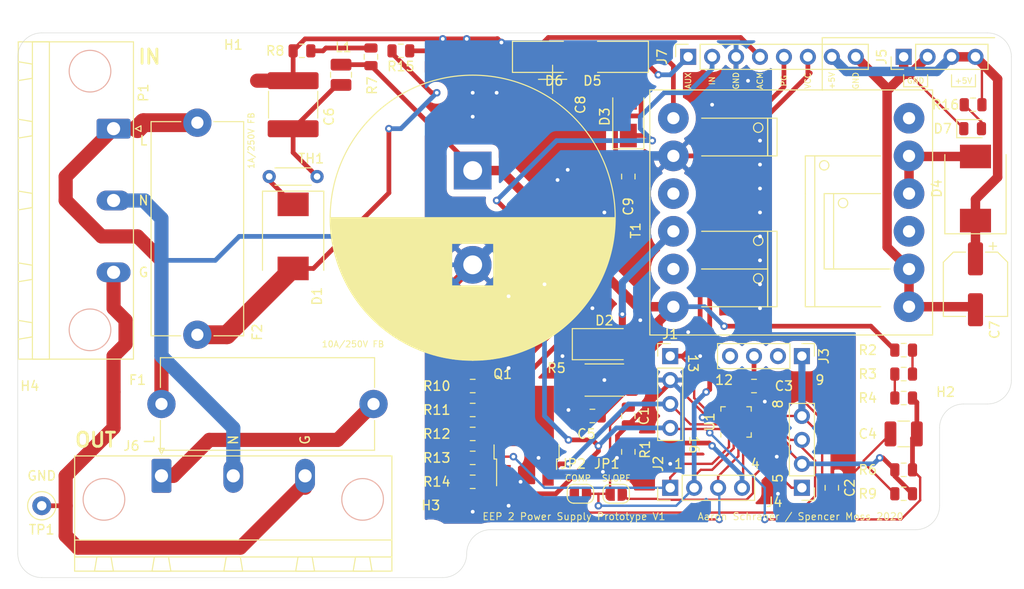
<source format=kicad_pcb>
(kicad_pcb (version 20171130) (host pcbnew 5.1.5)
  (layers (0 F.Cu signal) (31 B.Cu signal) (34 B.Paste user) (35 F.Paste user) (36 B.SilkS user) (37 F.SilkS user) (38 B.Mask user) (39 F.Mask user) (44 Edge.Cuts user))
  (net 0 "")
  (net 1 /Vcc)
  (net 2 /DCgnd)
  (net 3 /EA+)
  (net 4 /REF)
  (net 5 /IN)
  (net 6 "Net-(C5-Pad1)")
  (net 7 /Vdc)
  (net 8 "Net-(C6-Pad1)")
  (net 9 /Vout)
  (net 10 GND)
  (net 11 /Vaux)
  (net 12 "Net-(D1-Pad1)")
  (net 13 /LINE)
  (net 14 "Net-(D2-Pad2)")
  (net 15 "Net-(D3-Pad2)")
  (net 16 "Net-(D4-Pad2)")
  (net 17 "Net-(D6-Pad1)")
  (net 18 "Net-(F1-Pad1)")
  (net 19 "Net-(F1-Pad2)")
  (net 20 /LX)
  (net 21 /PGOOD)
  (net 22 /UVLO)
  (net 23 /OVI)
  (net 24 /LIM)
  (net 25 /COMP)
  (net 26 /EA-)
  (net 27 /SLOPE)
  (net 28 "Net-(J6-Pad3)")
  (net 29 "Net-(R2-Pad1)")
  (net 30 "Net-(R3-Pad2)")
  (net 31 "Net-(R7-Pad2)")
  (net 32 "Net-(R10-Pad1)")
  (net 33 "Net-(R11-Pad2)")
  (net 34 "Net-(D7-Pad2)")
  (net 35 "Net-(J3-Pad2)")
  (net 36 "Net-(J3-Pad4)")
  (net 37 "Net-(T1-Pad10)")
  (net 38 "Net-(T1-Pad7)")
  (net 39 "Net-(T1-Pad2)")
  (net 40 "Net-(T1-Pad4)")
  (net 41 "Net-(U1-Pad10)")
  (net 42 "Net-(U1-Pad12)")
  (module Diode_SMD:D_SMC (layer F.Cu) (at 46.99 69.85 270)
    (fp_text reference D1 (at 6.35 -2.54 90) (layer F.SilkS))
    (fp_text value D)
    (pad 1 smd rect (at -3.4 0) (size 3.3 2.5) (layers F.Cu F.Paste F.Mask) (net 12 "Net-(D1-Pad1)"))
    (pad 2 smd rect (at 3.4 0) (size 3.3 2.5) (layers F.Cu F.Paste F.Mask) (net 13 /LINE))
  )
  (module Capacitor_SMD:C_0805_2012Metric (layer F.Cu) (at 82.55 88.9 270)
    (fp_text reference C1 (at 0 -1.65 90) (layer F.SilkS))
    (fp_text value 2uF)
    (pad 1 smd roundrect (at -0.9375 0 270) (size 0.975 1.4) (layers F.Cu F.Paste F.Mask) (net 1 /Vcc))
    (pad 2 smd roundrect (at 0.9375 0 270) (size 0.975 1.4) (layers F.Cu F.Paste F.Mask) (net 2 /DCgnd))
  )
  (module Capacitor_SMD:C_0805_2012Metric (layer F.Cu) (at 104.14 96.52 90)
    (fp_text reference C2 (at 0 1.905 90) (layer F.SilkS))
    (fp_text value 80nF)
    (pad 2 smd roundrect (at 0.9375 0 90) (size 0.975 1.4) (layers F.Cu F.Paste F.Mask) (net 2 /DCgnd))
    (pad 1 smd roundrect (at -0.9375 0 90) (size 0.975 1.4) (layers F.Cu F.Paste F.Mask) (net 3 /EA+))
  )
  (module Capacitor_SMD:C_0805_2012Metric (layer F.Cu) (at 95.885 85.725)
    (fp_text reference C3 (at 3.175 0) (layer F.SilkS))
    (fp_text value 100pF)
    (pad 1 smd roundrect (at -0.9375 0) (size 0.975 1.4) (layers F.Cu F.Paste F.Mask) (net 4 /REF))
    (pad 2 smd roundrect (at 0.9375 0) (size 0.975 1.4) (layers F.Cu F.Paste F.Mask) (net 2 /DCgnd))
  )
  (module Capacitor_SMD:C_1210_3225Metric (layer F.Cu) (at 111.76 90.805)
    (fp_text reference C4 (at -3.81 0) (layer F.SilkS))
    (fp_text value 3.3uF)
    (pad 1 smd roundrect (at -1.4 0) (size 1.25 2.65) (layers F.Cu F.Paste F.Mask) (roundrect_rratio 0.2) (net 2 /DCgnd))
    (pad 2 smd roundrect (at 1.4 0) (size 1.25 2.65) (layers F.Cu F.Paste F.Mask) (roundrect_rratio 0.2) (net 5 /IN))
  )
  (module Capacitor_SMD:C_0805_2012Metric (layer F.Cu) (at 78.74 88.9)
    (fp_text reference C5 (at -0.635 1.905) (layer F.SilkS))
    (fp_text value 2.2nF)
    (pad 1 smd roundrect (at -0.9375 0) (size 0.975 1.4) (layers F.Cu F.Paste F.Mask) (net 6 "Net-(C5-Pad1)"))
    (pad 2 smd roundrect (at 0.9375 0) (size 0.975 1.4) (layers F.Cu F.Paste F.Mask) (net 7 /Vdc))
  )
  (module Capacitor_SMD:C_2220_5650Metric (layer F.Cu) (at 46.99 55.88 90)
    (fp_text reference C6 (at -1.27 3.81 90) (layer F.SilkS))
    (fp_text value 0.1uF)
    (pad 1 smd roundrect (at -2.55 0 90) (size 1.8 5.4) (layers F.Cu F.Paste F.Mask) (roundrect_rratio 0.138889) (net 8 "Net-(C6-Pad1)"))
    (pad 2 smd roundrect (at 2.55 0 90) (size 1.8 5.4) (layers F.Cu F.Paste F.Mask) (roundrect_rratio 0.138889) (net 2 /DCgnd))
  )
  (module Capacitor_SMD:CP_Elec_6.3x7.7 (layer F.Cu) (at 119.38 74.93 270)
    (fp_text reference C7 (at 4.826 -2.032 90) (layer F.SilkS))
    (fp_text value 200uF)
    (pad 1 smd roundrect (at -2.7 0 270) (size 3.5 1.6) (layers F.Cu F.Paste F.Mask) (roundrect_rratio 0.15625) (net 9 /Vout))
    (pad 2 smd roundrect (at 2.7 0 270) (size 3.5 1.6) (layers F.Cu F.Paste F.Mask) (roundrect_rratio 0.15625) (net 10 GND))
  )
  (module Capacitor_THT:CP_Radial_D30.0mm_P10.00mm_SnapIn (layer F.Cu) (at 66.04 62.865 270)
    (fp_text reference C8 (at -6.985 -11.43 90) (layer F.SilkS))
    (fp_text value 100uF)
    (pad 1 thru_hole rect (at 0 0 270) (size 4 4) (drill 2) (layers *.Cu *.Mask) (net 7 /Vdc))
    (pad 2 thru_hole circle (at 10 0 270) (size 4 4) (drill 2) (layers *.Cu *.Mask) (net 2 /DCgnd))
  )
  (module Capacitor_SMD:C_0805_2012Metric (layer F.Cu) (at 82.55 63.5 270)
    (fp_text reference C9 (at 3.175 0 90) (layer F.SilkS))
    (fp_text value 3.3uF)
    (pad 2 smd roundrect (at 0.9375 0 270) (size 0.975 1.4) (layers F.Cu F.Paste F.Mask) (net 2 /DCgnd))
    (pad 1 smd roundrect (at -0.9375 0 270) (size 0.975 1.4) (layers F.Cu F.Paste F.Mask) (net 11 /Vaux))
  )
  (module Diode_SMD:D_SMA (layer F.Cu) (at 80.01 81.28)
    (fp_text reference D2 (at 0 -2.5) (layer F.SilkS))
    (fp_text value D)
    (pad 2 smd rect (at 2 0) (size 2.5 1.8) (layers F.Cu F.Paste F.Mask) (net 14 "Net-(D2-Pad2)"))
    (pad 1 smd rect (at -2 0) (size 2.5 1.8) (layers F.Cu F.Paste F.Mask) (net 6 "Net-(C5-Pad1)"))
  )
  (module Diode_SMD:D_SMA (layer F.Cu) (at 82.55 57.15 90)
    (fp_text reference D3 (at 0 -2.5 90) (layer F.SilkS))
    (fp_text value D)
    (pad 1 smd rect (at -2 0 90) (size 2.5 1.8) (layers F.Cu F.Paste F.Mask) (net 5 /IN))
    (pad 2 smd rect (at 2 0 90) (size 2.5 1.8) (layers F.Cu F.Paste F.Mask) (net 15 "Net-(D3-Pad2)"))
  )
  (module Diode_SMD:D_SMC (layer F.Cu) (at 119.38 64.77 90)
    (fp_text reference D4 (at 0 -4.1 90) (layer F.SilkS))
    (fp_text value D)
    (pad 2 smd rect (at 3.4 0 180) (size 3.3 2.5) (layers F.Cu F.Paste F.Mask) (net 16 "Net-(D4-Pad2)"))
    (pad 1 smd rect (at -3.4 0 180) (size 3.3 2.5) (layers F.Cu F.Paste F.Mask) (net 9 /Vout))
  )
  (module Diode_SMD:D_SMA (layer F.Cu) (at 81.28 50.8 180)
    (fp_text reference D5 (at 2.54 -2.54) (layer F.SilkS))
    (fp_text value D)
    (pad 2 smd rect (at 2 0 180) (size 2.5 1.8) (layers F.Cu F.Paste F.Mask) (net 15 "Net-(D3-Pad2)"))
    (pad 1 smd rect (at -2 0 180) (size 2.5 1.8) (layers F.Cu F.Paste F.Mask) (net 11 /Vaux))
  )
  (module Diode_SMD:D_SMA (layer F.Cu) (at 73.66 50.8)
    (fp_text reference D6 (at 1.016 2.54) (layer F.SilkS))
    (fp_text value D_Zener)
    (pad 1 smd rect (at -2 0) (size 2.5 1.8) (layers F.Cu F.Paste F.Mask) (net 17 "Net-(D6-Pad1)"))
    (pad 2 smd rect (at 2 0) (size 2.5 1.8) (layers F.Cu F.Paste F.Mask) (net 2 /DCgnd))
  )
  (module Fuse:Fuseholder_Cylinder-5x20mm_Schurter_0031_8201_Horizontal_Open (layer F.Cu) (at 33.02 87.63)
    (fp_text reference F1 (at -2.54 -2.54) (layer F.SilkS))
    (fp_text value 10A)
    (pad 1 thru_hole circle (at 0 0) (size 3 3) (drill 1.3) (layers *.Cu *.Mask) (net 18 "Net-(F1-Pad1)"))
    (pad 2 thru_hole circle (at 22.5 0) (size 3 3) (drill 1.3) (layers *.Cu *.Mask) (net 19 "Net-(F1-Pad2)"))
    (pad "" np_thru_hole circle (at 11.25 0) (size 2.7 2.7) (drill 2.7) (layers *.Cu *.Mask))
  )
  (module Fuse:Fuseholder_Cylinder-5x20mm_Schurter_0031_8201_Horizontal_Open (layer F.Cu) (at 36.83 57.785 270)
    (fp_text reference F2 (at 22.225 -6.35 90) (layer F.SilkS))
    (fp_text value 1A)
    (pad "" np_thru_hole circle (at 11.25 0 270) (size 2.7 2.7) (drill 2.7) (layers *.Cu *.Mask))
    (pad 2 thru_hole circle (at 22.5 0 270) (size 3 3) (drill 1.3) (layers *.Cu *.Mask) (net 13 /LINE))
    (pad 1 thru_hole circle (at 0 0 270) (size 3 3) (drill 1.3) (layers *.Cu *.Mask) (net 18 "Net-(F1-Pad1)"))
  )
  (module Connector_PinHeader_2.54mm:PinHeader_1x04_P2.54mm_Vertical (layer F.Cu) (at 86.995 82.55)
    (fp_text reference J1 (at 0 -2.33) (layer F.SilkS))
    (fp_text value P13-16)
    (pad 4 thru_hole oval (at 0 7.62) (size 1.7 1.7) (drill 1) (layers *.Cu *.Mask) (net 5 /IN))
    (pad 3 thru_hole oval (at 0 5.08) (size 1.7 1.7) (drill 1) (layers *.Cu *.Mask) (net 20 /LX))
    (pad 2 thru_hole oval (at 0 2.54) (size 1.7 1.7) (drill 1) (layers *.Cu *.Mask) (net 2 /DCgnd))
    (pad 1 thru_hole rect (at 0 0) (size 1.7 1.7) (drill 1) (layers *.Cu *.Mask) (net 21 /PGOOD))
  )
  (module Connector_PinHeader_2.54mm:PinHeader_1x04_P2.54mm_Vertical (layer F.Cu) (at 86.995 96.52 90)
    (fp_text reference J2 (at 2.54 -1.27 90) (layer F.SilkS))
    (fp_text value P1-4)
    (pad 1 thru_hole rect (at 0 0 90) (size 1.7 1.7) (drill 1) (layers *.Cu *.Mask) (net 22 /UVLO))
    (pad 2 thru_hole oval (at 0 2.54 90) (size 1.7 1.7) (drill 1) (layers *.Cu *.Mask) (net 1 /Vcc))
    (pad 3 thru_hole oval (at 0 5.08 90) (size 1.7 1.7) (drill 1) (layers *.Cu *.Mask) (net 23 /OVI))
    (pad 4 thru_hole oval (at 0 7.62 90) (size 1.7 1.7) (drill 1) (layers *.Cu *.Mask) (net 24 /LIM))
  )
  (module Connector_PinHeader_2.54mm:PinHeader_1x04_P2.54mm_Vertical (layer F.Cu) (at 100.965 82.55 270)
    (fp_text reference J3 (at 0 -2.33 90) (layer F.SilkS))
    (fp_text value P9-12)
    (pad 1 thru_hole rect (at 0 0 270) (size 1.7 1.7) (drill 1) (layers *.Cu *.Mask) (net 3 /EA+))
    (pad 2 thru_hole oval (at 0 2.54 270) (size 1.7 1.7) (drill 1) (layers *.Cu *.Mask) (net 35 "Net-(J3-Pad2)"))
    (pad 3 thru_hole oval (at 0 5.08 270) (size 1.7 1.7) (drill 1) (layers *.Cu *.Mask) (net 4 /REF))
    (pad 4 thru_hole oval (at 0 7.62 270) (size 1.7 1.7) (drill 1) (layers *.Cu *.Mask) (net 36 "Net-(J3-Pad4)"))
  )
  (module Connector_PinHeader_2.54mm:PinHeader_1x04_P2.54mm_Vertical (layer F.Cu) (at 100.965 96.52 180)
    (fp_text reference J4 (at 2.921 -1.524) (layer F.SilkS))
    (fp_text value P5-8)
    (pad 4 thru_hole oval (at 0 7.62 180) (size 1.7 1.7) (drill 1) (layers *.Cu *.Mask) (net 3 /EA+))
    (pad 3 thru_hole oval (at 0 5.08 180) (size 1.7 1.7) (drill 1) (layers *.Cu *.Mask) (net 25 /COMP))
    (pad 2 thru_hole oval (at 0 2.54 180) (size 1.7 1.7) (drill 1) (layers *.Cu *.Mask) (net 26 /EA-))
    (pad 1 thru_hole rect (at 0 0 180) (size 1.7 1.7) (drill 1) (layers *.Cu *.Mask) (net 27 /SLOPE))
  )
  (module Connector_PinHeader_2.54mm:PinHeader_1x04_P2.54mm_Vertical (layer F.Cu) (at 111.76 50.8 90)
    (fp_text reference J5 (at 0 -2.33 90) (layer F.SilkS))
    (fp_text value "Power out")
    (pad 4 thru_hole oval (at 0 7.62 90) (size 1.7 1.7) (drill 1) (layers *.Cu *.Mask) (net 9 /Vout))
    (pad 3 thru_hole oval (at 0 5.08 90) (size 1.7 1.7) (drill 1) (layers *.Cu *.Mask) (net 9 /Vout))
    (pad 2 thru_hole oval (at 0 2.54 90) (size 1.7 1.7) (drill 1) (layers *.Cu *.Mask) (net 10 GND))
    (pad 1 thru_hole rect (at 0 0 90) (size 1.7 1.7) (drill 1) (layers *.Cu *.Mask) (net 10 GND))
  )
  (module Connector_Phoenix_GMSTB:PhoenixContact_GMSTB_2,5_3-GF-7,62_1x03_P7.62mm_Horizontal_ThreadedFlange_MountHole (layer F.Cu) (at 33.02 95.25)
    (fp_text reference J6 (at -3.175 -3.175) (layer F.SilkS))
    (fp_text value "Power in")
    (pad "" np_thru_hole circle (at 21.34 2.5) (size 2.4 2.4) (drill 2.4) (layers *.Cu *.Mask))
    (pad "" np_thru_hole circle (at -6.1 2.5) (size 2.4 2.4) (drill 2.4) (layers *.Cu *.Mask))
    (pad 3 thru_hole oval (at 15.24 0) (size 2.1 3.6) (drill 1.4) (layers *.Cu *.Mask) (net 28 "Net-(J6-Pad3)"))
    (pad 2 thru_hole oval (at 7.62 0) (size 2.1 3.6) (drill 1.4) (layers *.Cu *.Mask) (net 2 /DCgnd))
    (pad 1 thru_hole roundrect (at 0 0) (size 2.1 3.6) (drill 1.4) (layers *.Cu *.Mask) (roundrect_rratio 0.119048) (net 19 "Net-(F1-Pad2)"))
  )
  (module Connector_PinSocket_2.54mm:PinSocket_1x08_P2.54mm_Vertical (layer F.Cu) (at 88.9 50.8 90)
    (fp_text reference J7 (at 0 -2.77 90) (layer F.SilkS))
    (fp_text value "Power interface")
    (pad 1 thru_hole rect (at 0 0 90) (size 1.7 1.7) (drill 1) (layers *.Cu *.Mask) (net 11 /Vaux))
    (pad 2 thru_hole oval (at 0 2.54 90) (size 1.7 1.7) (drill 1) (layers *.Cu *.Mask) (net 5 /IN))
    (pad 3 thru_hole oval (at 0 5.08 90) (size 1.7 1.7) (drill 1) (layers *.Cu *.Mask) (net 2 /DCgnd))
    (pad 4 thru_hole oval (at 0 7.62 90) (size 1.7 1.7) (drill 1) (layers *.Cu *.Mask) (net 17 "Net-(D6-Pad1)"))
    (pad 5 thru_hole oval (at 0 10.16 90) (size 1.7 1.7) (drill 1) (layers *.Cu *.Mask) (net 21 /PGOOD))
    (pad 6 thru_hole oval (at 0 12.7 90) (size 1.7 1.7) (drill 1) (layers *.Cu *.Mask) (net 1 /Vcc))
    (pad 7 thru_hole oval (at 0 15.24 90) (size 1.7 1.7) (drill 1) (layers *.Cu *.Mask) (net 9 /Vout))
    (pad 8 thru_hole oval (at 0 17.78 90) (size 1.7 1.7) (drill 1) (layers *.Cu *.Mask) (net 10 GND))
  )
  (module Jumper:SolderJumper-2_P1.3mm_Open_RoundedPad1.0x1.5mm (layer F.Cu) (at 81.265 97.155)
    (fp_text reference JP1 (at -1.001 -3.175) (layer F.SilkS))
    (fp_text value Jumper)
    (pad 1 smd custom (at -0.65 0) (size 1 0.5) (layers F.Cu F.Mask) (net 1 /Vcc) (options (clearance outline) (anchor rect)) (primitives (gr_circle (center 0 0.25) (end 0.5 0.25) (width 0)) (gr_circle (center 0 -0.25) (end 0.5 -0.25) (width 0)) (gr_poly (pts (xy 0 -0.75) (xy 0.5 -0.75) (xy 0.5 0.75) (xy 0 0.75)) (width 0))))
    (pad 2 smd custom (at 0.65 0) (size 1 0.5) (layers F.Cu F.Mask) (net 27 /SLOPE) (options (clearance outline) (anchor rect)) (primitives (gr_circle (center 0 0.25) (end 0.5 0.25) (width 0)) (gr_circle (center 0 -0.25) (end 0.5 -0.25) (width 0)) (gr_poly (pts (xy 0 -0.75) (xy -0.5 -0.75) (xy -0.5 0.75) (xy 0 0.75)) (width 0))))
  )
  (module Jumper:SolderJumper-2_P1.3mm_Open_RoundedPad1.0x1.5mm (layer F.Cu) (at 77.47 97.155)
    (fp_text reference JP2 (at -0.762 -3.175) (layer F.SilkS))
    (fp_text value Jumper)
    (pad 2 smd custom (at 0.65 0) (size 1 0.5) (layers F.Cu F.Mask) (net 1 /Vcc) (options (clearance outline) (anchor rect)) (primitives (gr_circle (center 0 0.25) (end 0.5 0.25) (width 0)) (gr_circle (center 0 -0.25) (end 0.5 -0.25) (width 0)) (gr_poly (pts (xy 0 -0.75) (xy -0.5 -0.75) (xy -0.5 0.75) (xy 0 0.75)) (width 0))))
    (pad 1 smd custom (at -0.65 0) (size 1 0.5) (layers F.Cu F.Mask) (net 25 /COMP) (options (clearance outline) (anchor rect)) (primitives (gr_circle (center 0 0.25) (end 0.5 0.25) (width 0)) (gr_circle (center 0 -0.25) (end 0.5 -0.25) (width 0)) (gr_poly (pts (xy 0 -0.75) (xy 0.5 -0.75) (xy 0.5 0.75) (xy 0 0.75)) (width 0))))
  )
  (module Inductor_SMD:L_1008_2520Metric (layer F.Cu) (at 52.07 52.705 90)
    (fp_text reference L1 (at 2.921 0.254 180) (layer F.SilkS))
    (fp_text value 1uH)
    (pad 1 smd roundrect (at -1.075 0 90) (size 1.25 2.2) (layers F.Cu F.Paste F.Mask) (roundrect_rratio 0.2) (net 8 "Net-(C6-Pad1)"))
    (pad 2 smd roundrect (at 1.075 0 90) (size 1.25 2.2) (layers F.Cu F.Paste F.Mask) (roundrect_rratio 0.2) (net 7 /Vdc))
  )
  (module Connector_Phoenix_GMSTB:PhoenixContact_GMSTB_2,5_3-GF-7,62_1x03_P7.62mm_Horizontal_ThreadedFlange_MountHole (layer F.Cu) (at 27.94 58.42 270)
    (fp_text reference P1 (at -3.81 -3.175 90) (layer F.SilkS))
    (fp_text value Conn_WallPlug_Earth)
    (pad 1 thru_hole roundrect (at 0 0 270) (size 2.1 3.6) (drill 1.4) (layers *.Cu *.Mask) (roundrect_rratio 0.119048) (net 18 "Net-(F1-Pad1)"))
    (pad 2 thru_hole oval (at 7.62 0 270) (size 2.1 3.6) (drill 1.4) (layers *.Cu *.Mask) (net 2 /DCgnd))
    (pad 3 thru_hole oval (at 15.24 0 270) (size 2.1 3.6) (drill 1.4) (layers *.Cu *.Mask) (net 28 "Net-(J6-Pad3)"))
    (pad "" np_thru_hole circle (at -6.1 2.5 270) (size 2.4 2.4) (drill 2.4) (layers *.Cu *.Mask))
    (pad "" np_thru_hole circle (at 21.34 2.5 270) (size 2.4 2.4) (drill 2.4) (layers *.Cu *.Mask))
  )
  (module Package_TO_SOT_SMD:TO-252-2 (layer F.Cu) (at 71.755 91 90)
    (fp_text reference Q1 (at 6.545 -2.54 180) (layer F.SilkS))
    (fp_text value FQD1N80TM)
    (pad 1 smd rect (at -4.2 -2.28 90) (size 2.2 1.2) (layers F.Cu F.Paste F.Mask) (net 5 /IN))
    (pad 3 smd rect (at -4.2 2.28 90) (size 2.2 1.2) (layers F.Cu F.Paste F.Mask) (net 20 /LX))
    (pad 2 smd rect (at 2.1 0 90) (size 6.4 5.8) (layers F.Cu F.Mask) (net 14 "Net-(D2-Pad2)"))
  )
  (module Resistor_SMD:R_0805_2012Metric (layer F.Cu) (at 82.55 92.71 90)
    (fp_text reference R1 (at 0.254 1.778 90) (layer F.SilkS))
    (fp_text value 50k)
    (pad 1 smd roundrect (at -0.9375 0 90) (size 0.975 1.4) (layers F.Cu F.Paste F.Mask) (net 2 /DCgnd))
    (pad 2 smd roundrect (at 0.9375 0 90) (size 0.975 1.4) (layers F.Cu F.Paste F.Mask) (net 24 /LIM))
  )
  (module Resistor_SMD:R_0805_2012Metric (layer F.Cu) (at 111.76 81.915 180)
    (fp_text reference R2 (at 3.81 0) (layer F.SilkS))
    (fp_text value 348k)
    (pad 1 smd roundrect (at -0.9375 0 180) (size 0.975 1.4) (layers F.Cu F.Paste F.Mask) (net 29 "Net-(R2-Pad1)"))
    (pad 2 smd roundrect (at 0.9375 0 180) (size 0.975 1.4) (layers F.Cu F.Paste F.Mask) (net 7 /Vdc))
  )
  (module Resistor_SMD:R_0805_2012Metric (layer F.Cu) (at 111.76 84.455 180)
    (fp_text reference R3 (at 3.81 0) (layer F.SilkS))
    (fp_text value 348k)
    (pad 2 smd roundrect (at 0.9375 0 180) (size 0.975 1.4) (layers F.Cu F.Paste F.Mask) (net 30 "Net-(R3-Pad2)"))
    (pad 1 smd roundrect (at -0.9375 0 180) (size 0.975 1.4) (layers F.Cu F.Paste F.Mask) (net 29 "Net-(R2-Pad1)"))
  )
  (module Resistor_SMD:R_0805_2012Metric (layer F.Cu) (at 111.76 86.995 180)
    (fp_text reference R4 (at 3.81 0) (layer F.SilkS))
    (fp_text value 348k)
    (pad 2 smd roundrect (at 0.9375 0 180) (size 0.975 1.4) (layers F.Cu F.Paste F.Mask) (net 30 "Net-(R3-Pad2)"))
    (pad 1 smd roundrect (at -0.9375 0 180) (size 0.975 1.4) (layers F.Cu F.Paste F.Mask) (net 5 /IN))
  )
  (module Resistor_SMD:R_2512_6332Metric (layer F.Cu) (at 80.01 85.09 180)
    (fp_text reference R5 (at 5.08 1.27) (layer F.SilkS))
    (fp_text value 100k)
    (pad 1 smd roundrect (at -2.9 0 180) (size 1.35 3.35) (layers F.Cu F.Paste F.Mask) (roundrect_rratio 0.185185) (net 7 /Vdc))
    (pad 2 smd roundrect (at 2.9 0 180) (size 1.35 3.35) (layers F.Cu F.Paste F.Mask) (roundrect_rratio 0.185185) (net 6 "Net-(C5-Pad1)"))
  )
  (module Resistor_SMD:R_0805_2012Metric (layer F.Cu) (at 111.76 94.615)
    (fp_text reference R6 (at -3.81 0) (layer F.SilkS))
    (fp_text value 200k)
    (pad 2 smd roundrect (at 0.9375 0) (size 0.975 1.4) (layers F.Cu F.Paste F.Mask) (net 5 /IN))
    (pad 1 smd roundrect (at -0.9375 0) (size 0.975 1.4) (layers F.Cu F.Paste F.Mask) (net 26 /EA-))
  )
  (module Resistor_SMD:R_0805_2012Metric (layer F.Cu) (at 55.245 50.8 90)
    (fp_text reference R7 (at -3.048 0.127 90) (layer F.SilkS))
    (fp_text value 1.2Mohm)
    (pad 1 smd roundrect (at -0.9375 0 90) (size 0.975 1.4) (layers F.Cu F.Paste F.Mask) (net 7 /Vdc))
    (pad 2 smd roundrect (at 0.9375 0 90) (size 0.975 1.4) (layers F.Cu F.Paste F.Mask) (net 31 "Net-(R7-Pad2)"))
  )
  (module Resistor_SMD:R_0805_2012Metric (layer F.Cu) (at 47.9275 50.165 180)
    (fp_text reference R8 (at 2.8425 0) (layer F.SilkS))
    (fp_text value 1.2Mohm)
    (pad 2 smd roundrect (at 0.9375 0 180) (size 0.975 1.4) (layers F.Cu F.Paste F.Mask) (net 2 /DCgnd))
    (pad 1 smd roundrect (at -0.9375 0 180) (size 0.975 1.4) (layers F.Cu F.Paste F.Mask) (net 31 "Net-(R7-Pad2)"))
  )
  (module Resistor_SMD:R_0805_2012Metric (layer F.Cu) (at 111.76 97.155)
    (fp_text reference R9 (at -3.81 0) (layer F.SilkS))
    (fp_text value 30k)
    (pad 1 smd roundrect (at -0.9375 0) (size 0.975 1.4) (layers F.Cu F.Paste F.Mask) (net 2 /DCgnd))
    (pad 2 smd roundrect (at 0.9375 0) (size 0.975 1.4) (layers F.Cu F.Paste F.Mask) (net 26 /EA-))
  )
  (module Resistor_SMD:R_0805_2012Metric (layer F.Cu) (at 66.04 85.725 180)
    (fp_text reference R10 (at 3.81 0) (layer F.SilkS))
    (fp_text value 3M)
    (pad 1 smd roundrect (at -0.9375 0 180) (size 0.975 1.4) (layers F.Cu F.Paste F.Mask) (net 32 "Net-(R10-Pad1)"))
    (pad 2 smd roundrect (at 0.9375 0 180) (size 0.975 1.4) (layers F.Cu F.Paste F.Mask) (net 7 /Vdc))
  )
  (module Resistor_SMD:R_0805_2012Metric (layer F.Cu) (at 66.04 88.265 180)
    (fp_text reference R11 (at 3.81 0) (layer F.SilkS))
    (fp_text value 3M)
    (pad 1 smd roundrect (at -0.9375 0 180) (size 0.975 1.4) (layers F.Cu F.Paste F.Mask) (net 32 "Net-(R10-Pad1)"))
    (pad 2 smd roundrect (at 0.9375 0 180) (size 0.975 1.4) (layers F.Cu F.Paste F.Mask) (net 33 "Net-(R11-Pad2)"))
  )
  (module Resistor_SMD:R_0805_2012Metric (layer F.Cu) (at 66.04 90.805 180)
    (fp_text reference R12 (at 3.81 0) (layer F.SilkS))
    (fp_text value 3M)
    (pad 1 smd roundrect (at -0.9375 0 180) (size 0.975 1.4) (layers F.Cu F.Paste F.Mask) (net 22 /UVLO))
    (pad 2 smd roundrect (at 0.9375 0 180) (size 0.975 1.4) (layers F.Cu F.Paste F.Mask) (net 33 "Net-(R11-Pad2)"))
  )
  (module Resistor_SMD:R_0805_2012Metric (layer F.Cu) (at 66.04 93.345 180)
    (fp_text reference R13 (at 3.81 0) (layer F.SilkS))
    (fp_text value 87.15k)
    (pad 2 smd roundrect (at 0.9375 0 180) (size 0.975 1.4) (layers F.Cu F.Paste F.Mask) (net 23 /OVI))
    (pad 1 smd roundrect (at -0.9375 0 180) (size 0.975 1.4) (layers F.Cu F.Paste F.Mask) (net 22 /UVLO))
  )
  (module Resistor_SMD:R_0805_2012Metric (layer F.Cu) (at 66.04 95.885 180)
    (fp_text reference R14 (at 3.81 0) (layer F.SilkS))
    (fp_text value 24.9k)
    (pad 2 smd roundrect (at 0.9375 0 180) (size 0.975 1.4) (layers F.Cu F.Paste F.Mask) (net 23 /OVI))
    (pad 1 smd roundrect (at -0.9375 0 180) (size 0.975 1.4) (layers F.Cu F.Paste F.Mask) (net 2 /DCgnd))
  )
  (module Resistor_SMD:R_0805_2012Metric (layer F.Cu) (at 58.42 50.165 180)
    (fp_text reference R15 (at 0 -1.65) (layer F.SilkS))
    (fp_text value 2M)
    (pad 2 smd roundrect (at 0.9375 0 180) (size 0.975 1.4) (layers F.Cu F.Paste F.Mask) (net 13 /LINE))
    (pad 1 smd roundrect (at -0.9375 0 180) (size 0.975 1.4) (layers F.Cu F.Paste F.Mask) (net 17 "Net-(D6-Pad1)"))
  )
  (module EEP_2:ECO2425SLD-D01H017 (layer F.Cu) (at 100.33 67.31 270)
    (fp_text reference T1 (at 1.905 17 90) (layer F.SilkS))
    (fp_text value ECO2425SLD)
    (pad 11 thru_hole circle (at 6 -12 270) (size 3.25 3.25) (drill 1.3) (layers *.Cu *.Mask) (net 10 GND))
    (pad 12 thru_hole circle (at 10 -12 270) (size 3.25 3.25) (drill 1.3) (layers *.Cu *.Mask) (net 10 GND))
    (pad 10 thru_hole circle (at 2 -12 270) (size 3.25 3.25) (drill 1.3) (layers *.Cu *.Mask) (net 37 "Net-(T1-Pad10)"))
    (pad 9 thru_hole circle (at -2 -12 270) (size 3.25 3.25) (drill 1.3) (layers *.Cu *.Mask) (net 16 "Net-(D4-Pad2)"))
    (pad 8 thru_hole circle (at -6 -12 270) (size 3.25 3.25) (drill 1.3) (layers *.Cu *.Mask) (net 16 "Net-(D4-Pad2)"))
    (pad 7 thru_hole circle (at -10 -12 270) (size 3.25 3.25) (drill 1.3) (layers *.Cu *.Mask) (net 38 "Net-(T1-Pad7)"))
    (pad 1 thru_hole circle (at 10 13 270) (size 3.25 3.25) (drill 1.3) (layers *.Cu *.Mask) (net 7 /Vdc))
    (pad 2 thru_hole circle (at 6 13 270) (size 3.25 3.25) (drill 1.3) (layers *.Cu *.Mask) (net 39 "Net-(T1-Pad2)"))
    (pad 3 thru_hole circle (at 2 13 270) (size 3.25 3.25) (drill 1.3) (layers *.Cu *.Mask) (net 14 "Net-(D2-Pad2)"))
    (pad 4 thru_hole circle (at -2 13 270) (size 3.25 3.25) (drill 1.3) (layers *.Cu *.Mask) (net 40 "Net-(T1-Pad4)"))
    (pad 5 thru_hole circle (at -6 13 270) (size 3.25 3.25) (drill 1.3) (layers *.Cu *.Mask) (net 2 /DCgnd))
    (pad 6 thru_hole circle (at -10 13 270) (size 3.25 3.25) (drill 1.3) (layers *.Cu *.Mask) (net 15 "Net-(D3-Pad2)"))
  )
  (module Resistor_THT:R_Axial_DIN0204_L3.6mm_D1.6mm_P5.08mm_Horizontal (layer F.Cu) (at 49.53 63.5 180)
    (fp_text reference TH1 (at 0.635 1.905) (layer F.SilkS))
    (fp_text value Thermistor_NTC)
    (pad 1 thru_hole circle (at 0 0 180) (size 1.4 1.4) (drill 0.7) (layers *.Cu *.Mask) (net 8 "Net-(C6-Pad1)"))
    (pad 2 thru_hole oval (at 5.08 0 180) (size 1.4 1.4) (drill 0.7) (layers *.Cu *.Mask) (net 12 "Net-(D1-Pad1)"))
  )
  (module TestPoint:TestPoint_Loop_D2.50mm_Drill1.0mm (layer F.Cu) (at 20.32 98.425)
    (fp_text reference TP1 (at 0 2.54) (layer F.SilkS))
    (fp_text value Earth)
    (pad 1 thru_hole circle (at 0 0) (size 2 2) (drill 1) (layers *.Cu *.Mask) (net 28 "Net-(J6-Pad3)"))
  )
  (module Package_DFN_QFN:TQFN-16-1EP_3x3mm_P0.5mm_EP1.23x1.23mm (layer F.Cu) (at 93.98 89.535 90)
    (fp_text reference U1 (at 0 -2.8 90) (layer F.SilkS))
    (fp_text value MAX17498A)
    (pad 17 smd roundrect (at 0 0 90) (size 1.23 1.23) (layers F.Cu F.Mask) (roundrect_rratio 0.203252) (net 2 /DCgnd))
    (pad 1 smd roundrect (at -1.4375 -0.75 90) (size 0.825 0.25) (layers F.Cu F.Paste F.Mask) (net 22 /UVLO))
    (pad 2 smd roundrect (at -1.4375 -0.25 90) (size 0.825 0.25) (layers F.Cu F.Paste F.Mask) (net 1 /Vcc))
    (pad 3 smd roundrect (at -1.4375 0.25 90) (size 0.825 0.25) (layers F.Cu F.Paste F.Mask) (net 23 /OVI))
    (pad 4 smd roundrect (at -1.4375 0.75 90) (size 0.825 0.25) (layers F.Cu F.Paste F.Mask) (net 24 /LIM))
    (pad 5 smd roundrect (at -0.75 1.4375 90) (size 0.25 0.825) (layers F.Cu F.Paste F.Mask) (net 27 /SLOPE))
    (pad 6 smd roundrect (at -0.25 1.4375 90) (size 0.25 0.825) (layers F.Cu F.Paste F.Mask) (net 26 /EA-))
    (pad 7 smd roundrect (at 0.25 1.4375 90) (size 0.25 0.825) (layers F.Cu F.Paste F.Mask) (net 25 /COMP))
    (pad 8 smd roundrect (at 0.75 1.4375 90) (size 0.25 0.825) (layers F.Cu F.Paste F.Mask) (net 3 /EA+))
    (pad 9 smd roundrect (at 1.4375 0.75 90) (size 0.825 0.25) (layers F.Cu F.Paste F.Mask) (net 3 /EA+))
    (pad 10 smd roundrect (at 1.4375 0.25 90) (size 0.825 0.25) (layers F.Cu F.Paste F.Mask) (net 41 "Net-(U1-Pad10)"))
    (pad 11 smd roundrect (at 1.4375 -0.25 90) (size 0.825 0.25) (layers F.Cu F.Paste F.Mask) (net 4 /REF))
    (pad 12 smd roundrect (at 1.4375 -0.75 90) (size 0.825 0.25) (layers F.Cu F.Paste F.Mask) (net 42 "Net-(U1-Pad12)"))
    (pad 13 smd roundrect (at 0.75 -1.4375 90) (size 0.25 0.825) (layers F.Cu F.Paste F.Mask) (net 21 /PGOOD))
    (pad 14 smd roundrect (at 0.25 -1.4375 90) (size 0.25 0.825) (layers F.Cu F.Paste F.Mask) (net 2 /DCgnd))
    (pad 15 smd roundrect (at -0.25 -1.4375 90) (size 0.25 0.825) (layers F.Cu F.Paste F.Mask) (net 20 /LX))
    (pad 16 smd roundrect (at -0.75 -1.4375 90) (size 0.25 0.825) (layers F.Cu F.Paste F.Mask) (net 5 /IN))
  )
  (module LED_SMD:LED_0805_2012Metric (layer F.Cu) (at 119.0775 58.42)
    (fp_text reference D7 (at -3.175 0) (layer F.SilkS))
    (fp_text value "5V power")
    (pad 1 smd roundrect (at -0.9375 0) (size 0.975 1.4) (layers F.Cu F.Paste F.Mask) (net 10 GND))
    (pad 2 smd roundrect (at 0.9375 0) (size 0.975 1.4) (layers F.Cu F.Paste F.Mask) (net 34 "Net-(D7-Pad2)"))
  )
  (module Resistor_SMD:R_0805_2012Metric (layer F.Cu) (at 119.126 55.88)
    (fp_text reference R16 (at -2.921 0) (layer F.SilkS))
    (fp_text value 1k)
    (pad 1 smd roundrect (at -0.9375 0) (size 0.975 1.4) (layers F.Cu F.Paste F.Mask) (net 34 "Net-(D7-Pad2)"))
    (pad 2 smd roundrect (at 0.9375 0) (size 0.975 1.4) (layers F.Cu F.Paste F.Mask) (net 9 /Vout))
  )
  (module MountingHole:MountingHole_3.2mm_M3_ISO7380 (layer F.Cu) (at 36.83 51.435)
    (fp_text reference H1 (at 3.81 -1.905) (layer F.SilkS))
    (fp_text value MountingHole)
    (pad 1 np_thru_hole circle (at 0 0) (size 3.2 3.2) (drill 3.2) (layers *.Cu *.Mask))
  )
  (module MountingHole:MountingHole_3.2mm_M3_ISO7380 (layer F.Cu) (at 119.38 83.82)
    (fp_text reference H2 (at -3.175 2.54) (layer F.SilkS))
    (fp_text value MountingHole)
    (pad 1 np_thru_hole circle (at 0 0) (size 3.2 3.2) (drill 3.2) (layers *.Cu *.Mask))
  )
  (module MountingHole:MountingHole_3.2mm_M3_ISO7380 (layer F.Cu) (at 61.595 102.235)
    (fp_text reference H3 (at 0 -3.85) (layer F.SilkS))
    (fp_text value MountingHole)
    (pad 1 np_thru_hole circle (at 0 0) (size 3.2 3.2) (drill 3.2) (layers *.Cu *.Mask))
  )
  (module MountingHole:MountingHole_3.2mm_M3_ISO7380 (layer F.Cu) (at 21.59 88.9)
    (fp_text reference H4 (at -2.54 -3.175) (layer F.SilkS))
    (fp_text value MountingHole)
    (pad 1 np_thru_hole circle (at 0 0) (size 3.2 3.2) (drill 3.2) (layers *.Cu *.Mask))
  )
  (gr_line (start 114.3 53.975) (end 114.3 52.705) (layer F.SilkS) (width 0.12))
  (gr_line (start 111.76 53.975) (end 114.3 53.975) (layer F.SilkS) (width 0.12))
  (gr_line (start 111.76 52.705) (end 111.76 53.975) (layer F.SilkS) (width 0.12))
  (gr_line (start 119.38 53.975) (end 119.38 52.705) (layer F.SilkS) (width 0.12))
  (gr_line (start 116.84 53.975) (end 119.38 53.975) (layer F.SilkS) (width 0.12))
  (gr_line (start 116.84 52.705) (end 116.84 53.975) (layer F.SilkS) (width 0.12))
  (gr_text COMP (at 77.216 95.504) (layer F.SilkS) (effects (font (size 0.65 0.65) (thickness 0.1))))
  (gr_text SLOPE (at 81.28 95.504) (layer F.SilkS) (effects (font (size 0.65 0.65) (thickness 0.1))))
  (gr_text 16 (at 89.535 91.948 270) (layer F.SilkS) (effects (font (size 1 1))))
  (gr_text 13 (at 89.408 83.312 270) (layer F.SilkS) (effects (font (size 1 1))))
  (gr_text 12 (at 92.71 85.09) (layer F.SilkS) (effects (font (size 1 1))))
  (gr_text 9 (at 102.87 85.09) (layer F.SilkS) (effects (font (size 1 1))))
  (gr_text 8 (at 98.425 87.63 90) (layer F.SilkS) (effects (font (size 1 1))))
  (gr_text 5 (at 98.425 95.504 90) (layer F.SilkS) (effects (font (size 1 1))))
  (gr_text 4 (at 96.012 93.98) (layer F.SilkS) (effects (font (size 1 1))))
  (gr_text 1 (at 87.884 93.98) (layer F.SilkS) (effects (font (size 1 1))))
  (gr_text "1A/250V FB" (at 42.545 59.69 90) (layer F.SilkS) (effects (font (size 0.65 0.65) (thickness 0.1))))
  (gr_text "10A/250V FB" (at 53.34 81.28) (layer F.SilkS) (effects (font (size 0.65 0.65) (thickness 0.1))))
  (gr_text "EEP 2 Power Supply Prototype V1      Aaron Schraner / Spencer Moss 2020" (at 89.408 99.568) (layer F.SilkS) (effects (font (size 0.75 0.75) (thickness 0.1))))
  (gr_line (start 103.124 48.768) (end 121.412 48.768) (layer F.SilkS) (width 0.12))
  (gr_line (start 103.124 54.356) (end 103.124 48.768) (layer F.SilkS) (width 0.12))
  (gr_text GND (at 113.03 53.34) (layer F.SilkS) (effects (font (size 0.6 0.6) (thickness 0.1))))
  (gr_text +5V (at 118.11 53.34) (layer F.SilkS) (effects (font (size 0.6 0.6) (thickness 0.1))))
  (gr_text GND (at 106.68 53.34 90) (layer F.SilkS) (effects (font (size 0.6 0.6) (thickness 0.1))))
  (gr_text +5V (at 104.14 53.34 90) (layer F.SilkS) (effects (font (size 0.6 0.6) (thickness 0.1))))
  (gr_text VCC (at 101.6 53.34 90) (layer F.SilkS) (effects (font (size 0.6 0.6) (thickness 0.1))))
  (gr_text PG (at 99.06 53.34 90) (layer F.SilkS) (effects (font (size 0.6 0.6) (thickness 0.1))))
  (gr_text ACM (at 96.52 53.34 90) (layer F.SilkS) (effects (font (size 0.6 0.6) (thickness 0.1))))
  (gr_text GND (at 93.98 53.34 90) (layer F.SilkS) (effects (font (size 0.6 0.6) (thickness 0.1))))
  (gr_text IN (at 91.44 53.34 90) (layer F.SilkS) (effects (font (size 0.6 0.6) (thickness 0.1))))
  (gr_text AUX (at 88.9 53.34 90) (layer F.SilkS) (effects (font (size 0.6 0.6) (thickness 0.1))))
  (gr_line (start 17.78 103.505) (end 17.78 50.8) (layer Edge.Cuts) (width 0.05))
  (gr_line (start 62.865 106.045) (end 20.32 106.045) (layer Edge.Cuts) (width 0.05))
  (gr_line (start 113.03 100.965) (end 67.945 100.965) (layer Edge.Cuts) (width 0.05))
  (gr_line (start 115.57 90.17) (end 115.57 98.425) (layer Edge.Cuts) (width 0.05))
  (gr_line (start 120.65 87.63) (end 118.11 87.63) (layer Edge.Cuts) (width 0.05))
  (gr_line (start 123.19 50.8) (end 123.19 85.09) (layer Edge.Cuts) (width 0.05))
  (gr_line (start 20.32 48.26) (end 120.65 48.26) (layer Edge.Cuts) (width 0.05))
  (gr_arc (start 20.32 50.8) (end 20.32 48.26) (angle -90) (layer Edge.Cuts) (width 0.05))
  (gr_arc (start 20.32 103.505) (end 17.78 103.505) (angle -90) (layer Edge.Cuts) (width 0.05))
  (gr_arc (start 62.865 103.505) (end 62.865 106.045) (angle -90) (layer Edge.Cuts) (width 0.05))
  (gr_arc (start 67.945 103.505) (end 67.945 100.965) (angle -90) (layer Edge.Cuts) (width 0.05))
  (gr_arc (start 113.03 98.425) (end 113.03 100.965) (angle -90) (layer Edge.Cuts) (width 0.05))
  (gr_arc (start 118.11 90.17) (end 118.11 87.63) (angle -90) (layer Edge.Cuts) (width 0.05))
  (gr_arc (start 120.65 85.09) (end 120.65 87.63) (angle -90) (layer Edge.Cuts) (width 0.05))
  (gr_arc (start 120.65 50.8) (end 123.19 50.8) (angle -90) (layer Edge.Cuts) (width 0.05))
  (gr_text GND (at 20.32 95.25) (layer F.SilkS) (effects (font (size 1 1))))
  (gr_text OUT (at 26.035 91.44) (layer F.SilkS) (effects (font (size 1.5 1.5) (thickness 0.3))))
  (gr_text L (at 31.115 59.69) (layer F.SilkS) (effects (font (size 1 1))))
  (gr_text N (at 31.115 66.04) (layer F.SilkS) (effects (font (size 1 1))))
  (gr_text G (at 31.115 73.66) (layer F.SilkS) (effects (font (size 1 1))))
  (gr_text G (at 48.26 91.44 90) (layer F.SilkS) (effects (font (size 1 1))))
  (gr_text N (at 40.64 91.44 90) (layer F.SilkS) (effects (font (size 1 1))))
  (gr_text L (at 31.75 91.44 90) (layer F.SilkS) (effects (font (size 1 1))))
  (gr_text IN (at 31.75 50.8) (layer F.SilkS) (effects (font (size 1.5 1.5) (thickness 0.3))))
  (segment (start 80.615 89.8975) (end 80.615 97.155) (width 0.25) (layer F.Cu) (net 1))
  (segment (start 82.55 87.9625) (end 80.615 89.8975) (width 0.25) (layer F.Cu) (net 1))
  (segment (start 89.535 95.317919) (end 90.237919 94.615) (width 0.25) (layer F.Cu) (net 1))
  (segment (start 89.535 96.52) (end 89.535 95.317919) (width 0.25) (layer F.Cu) (net 1))
  (segment (start 90.237919 94.615) (end 91.44 94.615) (width 0.25) (layer F.Cu) (net 1))
  (segment (start 93.73 92.325) (end 93.73 90.9725) (width 0.25) (layer F.Cu) (net 1))
  (segment (start 91.44 94.615) (end 93.73 92.325) (width 0.25) (layer F.Cu) (net 1))
  (via (at 79.375 98.425) (size 0.8) (drill 0.4) (layers F.Cu B.Cu) (net 1))
  (segment (start 89.535 96.52) (end 87.63 98.425) (width 0.25) (layer B.Cu) (net 1))
  (segment (start 87.63 98.425) (end 79.375 98.425) (width 0.25) (layer B.Cu) (net 1))
  (segment (start 79.375 98.425) (end 79.375 97.155) (width 0.25) (layer F.Cu) (net 1))
  (segment (start 78.12 97.155) (end 79.375 97.155) (width 0.25) (layer F.Cu) (net 1))
  (segment (start 79.375 97.155) (end 80.615 97.155) (width 0.25) (layer F.Cu) (net 1))
  (segment (start 101.6 50.8) (end 101.6 52.705) (width 0.5) (layer F.Cu) (net 1))
  (segment (start 101.854 52.51601) (end 91.12401 63.246) (width 0.5) (layer F.Cu) (net 1))
  (via (at 90.805 86.36) (size 0.8) (drill 0.4) (layers F.Cu B.Cu) (net 1))
  (segment (start 91.186 63.246) (end 91.186 86.106) (width 0.5) (layer F.Cu) (net 1))
  (segment (start 90.87001 86.29499) (end 90.805 86.36) (width 0.5) (layer F.Cu) (net 1))
  (segment (start 89.535 87.63) (end 89.535 96.52) (width 0.5) (layer B.Cu) (net 1))
  (segment (start 90.805 86.36) (end 89.535 87.63) (width 0.5) (layer B.Cu) (net 1))
  (segment (start 91.059 86.106) (end 90.805 86.36) (width 0.5) (layer F.Cu) (net 1))
  (segment (start 91.186 86.106) (end 91.059 86.106) (width 0.5) (layer F.Cu) (net 1))
  (segment (start 46.99 53.33) (end 46.99 50.165) (width 0.5) (layer F.Cu) (net 2))
  (segment (start 43.17 53.33) (end 46.99 53.33) (width 1.5) (layer F.Cu) (net 2))
  (segment (start 77.595 61.31) (end 87.33 61.31) (width 1) (layer B.Cu) (net 2))
  (segment (start 84.2025 64.4375) (end 87.33 61.31) (width 0.5) (layer F.Cu) (net 2))
  (segment (start 82.55 64.4375) (end 84.2025 64.4375) (width 0.5) (layer F.Cu) (net 2))
  (segment (start 93.98 56.958097) (end 93.98 52.002081) (width 0.5) (layer F.Cu) (net 2))
  (segment (start 93.98 52.002081) (end 93.98 50.8) (width 0.5) (layer F.Cu) (net 2))
  (segment (start 89.628097 61.31) (end 93.98 56.958097) (width 0.5) (layer F.Cu) (net 2))
  (segment (start 87.33 61.31) (end 89.628097 61.31) (width 0.5) (layer F.Cu) (net 2))
  (segment (start 66.04 72.865) (end 56.355 72.865) (width 0.5) (layer B.Cu) (net 2))
  (segment (start 56.355 72.865) (end 53.34 69.85) (width 0.5) (layer B.Cu) (net 2))
  (segment (start 31.75 66.04) (end 27.94 66.04) (width 0.5) (layer B.Cu) (net 2))
  (via (at 76.12 62.785) (size 0.8) (drill 0.4) (layers F.Cu B.Cu) (net 2))
  (segment (start 75.66 50.8) (end 75.66 62.325) (width 0.5) (layer F.Cu) (net 2))
  (segment (start 75.66 62.325) (end 76.12 62.785) (width 0.5) (layer F.Cu) (net 2))
  (segment (start 66.04 72.865) (end 76.12 62.785) (width 1) (layer B.Cu) (net 2))
  (segment (start 76.12 62.785) (end 77.595 61.31) (width 1) (layer B.Cu) (net 2))
  (segment (start 76.12 62.785) (end 75.0405 63.8645) (width 0.5) (layer F.Cu) (net 2))
  (segment (start 75.0405 63.8645) (end 74.93 63.975) (width 0.5) (layer F.Cu) (net 2))
  (via (at 75.0405 63.8645) (size 0.8) (drill 0.4) (layers F.Cu B.Cu) (net 2))
  (segment (start 75.66 63.245) (end 75.0405 63.8645) (width 0.5) (layer F.Cu) (net 2))
  (segment (start 75.66 62.325) (end 75.66 63.245) (width 0.5) (layer F.Cu) (net 2))
  (segment (start 107.5175 93.6475) (end 110.36 90.805) (width 0.25) (layer F.Cu) (net 2))
  (segment (start 107.5175 93.85) (end 107.5175 93.6475) (width 0.25) (layer F.Cu) (net 2))
  (segment (start 110.8225 97.155) (end 107.5175 93.85) (width 0.25) (layer F.Cu) (net 2))
  (segment (start 92.13 89.285) (end 92.5425 89.285) (width 0.25) (layer F.Cu) (net 2))
  (segment (start 91.18859 89.285) (end 92.13 89.285) (width 0.25) (layer F.Cu) (net 2))
  (segment (start 89.08499 87.17999) (end 89.084991 87.181401) (width 0.25) (layer F.Cu) (net 2))
  (segment (start 86.995 85.09) (end 89.08499 87.17999) (width 0.25) (layer F.Cu) (net 2))
  (segment (start 93.73 89.285) (end 93.98 89.535) (width 0.25) (layer F.Cu) (net 2))
  (segment (start 92.5425 89.285) (end 93.73 89.285) (width 0.25) (layer F.Cu) (net 2))
  (segment (start 105.785 95.5825) (end 107.5175 93.85) (width 0.25) (layer F.Cu) (net 2))
  (segment (start 104.14 95.5825) (end 105.785 95.5825) (width 0.25) (layer F.Cu) (net 2))
  (segment (start 104.14 95.095) (end 104.14 95.5825) (width 0.25) (layer F.Cu) (net 2))
  (segment (start 104.14 90.335998) (end 104.14 95.095) (width 0.25) (layer F.Cu) (net 2))
  (segment (start 99.529002 85.725) (end 104.14 90.335998) (width 0.25) (layer F.Cu) (net 2))
  (segment (start 96.8225 85.725) (end 99.529002 85.725) (width 0.25) (layer F.Cu) (net 2))
  (segment (start 88.295001 86.390001) (end 88.295001 92.679999) (width 0.5) (layer B.Cu) (net 2))
  (segment (start 86.995 85.09) (end 88.295001 86.390001) (width 0.5) (layer B.Cu) (net 2))
  (via (at 86.995 93.98) (size 0.8) (drill 0.4) (layers F.Cu B.Cu) (net 2))
  (segment (start 88.295001 92.679999) (end 86.995 93.98) (width 0.5) (layer B.Cu) (net 2))
  (segment (start 82.8825 93.98) (end 82.55 93.6475) (width 0.5) (layer F.Cu) (net 2))
  (segment (start 86.995 93.98) (end 82.8825 93.98) (width 0.5) (layer F.Cu) (net 2))
  (segment (start 82.064473 90.323027) (end 82.55 89.8375) (width 0.5) (layer F.Cu) (net 2))
  (segment (start 81.39999 90.98751) (end 82.064473 90.323027) (width 0.5) (layer F.Cu) (net 2))
  (segment (start 81.39999 92.49749) (end 81.39999 90.98751) (width 0.5) (layer F.Cu) (net 2))
  (segment (start 86.995 85.3925) (end 86.995 85.09) (width 0.5) (layer F.Cu) (net 2))
  (segment (start 82.55 89.8375) (end 86.995 85.3925) (width 0.5) (layer F.Cu) (net 2))
  (via (at 90.424 89.06) (size 0.8) (drill 0.4) (layers F.Cu B.Cu) (net 2))
  (segment (start 90.613795 88.710205) (end 91.18859 89.285) (width 0.25) (layer F.Cu) (net 2))
  (segment (start 90.613795 88.870205) (end 90.424 89.06) (width 0.25) (layer F.Cu) (net 2))
  (segment (start 90.613795 88.710205) (end 90.613795 88.870205) (width 0.25) (layer F.Cu) (net 2))
  (segment (start 89.084991 87.181401) (end 90.613795 88.710205) (width 0.25) (layer F.Cu) (net 2))
  (via (at 97.028 87.376) (size 0.8) (drill 0.4) (layers F.Cu B.Cu) (net 2))
  (segment (start 90.424 89.06) (end 92.108 87.376) (width 0.25) (layer B.Cu) (net 2))
  (segment (start 92.108 87.376) (end 97.028 87.376) (width 0.25) (layer B.Cu) (net 2))
  (segment (start 97.028 85.9305) (end 96.8225 85.725) (width 0.25) (layer F.Cu) (net 2))
  (segment (start 97.028 87.376) (end 97.028 85.9305) (width 0.25) (layer F.Cu) (net 2))
  (segment (start 63.91499 74.99001) (end 63.91499 96.93499) (width 1) (layer F.Cu) (net 2))
  (segment (start 66.04 72.865) (end 63.91499 74.99001) (width 1) (layer F.Cu) (net 2))
  (via (at 66.04 99.06) (size 0.8) (drill 0.4) (layers F.Cu B.Cu) (net 2))
  (segment (start 63.91499 96.93499) (end 66.04 99.06) (width 1) (layer F.Cu) (net 2))
  (via (at 69.85 98.425) (size 0.8) (drill 0.4) (layers F.Cu B.Cu) (net 2))
  (segment (start 66.04 99.06) (end 69.215 99.06) (width 1) (layer B.Cu) (net 2))
  (segment (start 69.215 99.06) (end 69.85 98.425) (width 1) (layer B.Cu) (net 2))
  (segment (start 69.5175 98.425) (end 66.9775 95.885) (width 1) (layer F.Cu) (net 2))
  (segment (start 69.85 98.425) (end 69.5175 98.425) (width 1) (layer F.Cu) (net 2))
  (via (at 81.34 93.345) (size 0.8) (drill 0.4) (layers F.Cu B.Cu) (net 2))
  (segment (start 81.76375 92.92125) (end 81.34 93.345) (width 0.5) (layer F.Cu) (net 2))
  (segment (start 81.76375 92.86125) (end 81.39999 92.49749) (width 0.5) (layer F.Cu) (net 2))
  (segment (start 81.76375 92.86125) (end 81.76375 92.92125) (width 0.5) (layer F.Cu) (net 2))
  (segment (start 82.55 93.6475) (end 81.76375 92.86125) (width 0.5) (layer F.Cu) (net 2))
  (segment (start 69.215 97.79) (end 69.85 98.425) (width 0.5) (layer B.Cu) (net 2))
  (segment (start 81.34 93.345) (end 79.854999 94.830001) (width 0.5) (layer B.Cu) (net 2))
  (segment (start 74.510001 94.830001) (end 73.025 93.345) (width 0.5) (layer B.Cu) (net 2))
  (segment (start 71.12 91.44) (end 69.215 91.44) (width 0.5) (layer B.Cu) (net 2))
  (segment (start 69.215 91.44) (end 69.215 97.79) (width 0.5) (layer B.Cu) (net 2))
  (via (at 98.298 93.218) (size 0.8) (drill 0.4) (layers F.Cu B.Cu) (net 2))
  (via (at 98.425 97.155) (size 0.8) (drill 0.4) (layers F.Cu B.Cu) (net 2))
  (via (at 96.52 77.47) (size 0.8) (drill 0.4) (layers F.Cu B.Cu) (net 2))
  (via (at 96.52 74.93) (size 0.8) (drill 0.4) (layers F.Cu B.Cu) (net 2))
  (via (at 96.52 72.39) (size 0.8) (drill 0.4) (layers F.Cu B.Cu) (net 2))
  (via (at 96.52 69.85) (size 0.8) (drill 0.4) (layers F.Cu B.Cu) (net 2))
  (via (at 96.52 67.31) (size 0.8) (drill 0.4) (layers F.Cu B.Cu) (net 2))
  (via (at 96.52 64.77) (size 0.8) (drill 0.4) (layers F.Cu B.Cu) (net 2))
  (via (at 96.52 62.23) (size 0.8) (drill 0.4) (layers F.Cu B.Cu) (net 2))
  (via (at 96.52 59.69) (size 0.8) (drill 0.4) (layers F.Cu B.Cu) (net 2))
  (via (at 95.25 53.34) (size 0.8) (drill 0.4) (layers F.Cu B.Cu) (net 2))
  (via (at 91.44 55.88) (size 0.8) (drill 0.4) (layers F.Cu B.Cu) (net 2))
  (via (at 66.04 54.61) (size 0.8) (drill 0.4) (layers F.Cu B.Cu) (net 2))
  (via (at 66.04 57.15) (size 0.8) (drill 0.4) (layers F.Cu B.Cu) (net 2))
  (via (at 68.58 54.61) (size 0.8) (drill 0.4) (layers F.Cu B.Cu) (net 2))
  (via (at 69.85 76.2) (size 0.8) (drill 0.4) (layers F.Cu B.Cu) (net 2))
  (via (at 80.01 67.31) (size 0.8) (drill 0.4) (layers F.Cu B.Cu) (net 2))
  (via (at 80.01 85.09) (size 0.8) (drill 0.4) (layers F.Cu B.Cu) (net 2))
  (via (at 78.74 77.47) (size 0.8) (drill 0.4) (layers F.Cu B.Cu) (net 2))
  (via (at 69.85 83.82) (size 0.8) (drill 0.4) (layers F.Cu B.Cu) (net 2))
  (segment (start 79.854999 94.830001) (end 74.510001 94.830001) (width 0.5) (layer B.Cu) (net 2))
  (via (at 79.854999 94.830001) (size 0.8) (drill 0.4) (layers F.Cu B.Cu) (net 2))
  (via (at 88.9 80.01) (size 0.8) (drill 0.4) (layers F.Cu B.Cu) (net 2))
  (via (at 90.17 82.55) (size 0.8) (drill 0.4) (layers F.Cu B.Cu) (net 2))
  (via (at 71.12 95.885) (size 0.8) (drill 0.4) (layers F.Cu B.Cu) (net 2))
  (segment (start 73.025 93.345) (end 71.12 91.44) (width 0.5) (layer B.Cu) (net 2))
  (via (at 73.025 93.345) (size 0.8) (drill 0.4) (layers F.Cu B.Cu) (net 2))
  (via (at 76.2 88.265) (size 0.8) (drill 0.4) (layers F.Cu B.Cu) (net 2))
  (via (at 75.565 82.55) (size 0.8) (drill 0.4) (layers F.Cu B.Cu) (net 2))
  (via (at 83.82 78.74) (size 0.8) (drill 0.4) (layers F.Cu B.Cu) (net 2))
  (via (at 62.865 48.895) (size 0.8) (drill 0.4) (layers F.Cu B.Cu) (net 2))
  (via (at 65.405 48.895) (size 0.8) (drill 0.4) (layers F.Cu B.Cu) (net 2))
  (via (at 69.088 49.276) (size 0.8) (drill 0.4) (layers F.Cu B.Cu) (net 2))
  (segment (start 40.64 90.17) (end 40.64 95.25) (width 1.5) (layer B.Cu) (net 2))
  (segment (start 31.24 66.04) (end 31.24 66.165) (width 1.5) (layer B.Cu) (net 2))
  (segment (start 31.24 66.165) (end 33.02 67.945) (width 1.5) (layer B.Cu) (net 2))
  (segment (start 27.94 66.04) (end 31.24 66.04) (width 1.5) (layer B.Cu) (net 2))
  (segment (start 33.02 82.55) (end 40.64 90.17) (width 1.5) (layer B.Cu) (net 2))
  (segment (start 53.34 69.85) (end 41.275 69.85) (width 0.5) (layer B.Cu) (net 2))
  (segment (start 38.735 72.39) (end 33.02 72.39) (width 0.5) (layer B.Cu) (net 2))
  (segment (start 41.275 69.85) (end 38.735 72.39) (width 0.5) (layer B.Cu) (net 2))
  (segment (start 33.02 67.945) (end 33.02 72.39) (width 1.5) (layer B.Cu) (net 2))
  (segment (start 33.02 72.39) (end 33.02 82.55) (width 1.5) (layer B.Cu) (net 2))
  (segment (start 48.26 48.895) (end 62.865 48.895) (width 0.5) (layer F.Cu) (net 2))
  (segment (start 46.99 50.165) (end 48.26 48.895) (width 0.5) (layer F.Cu) (net 2))
  (segment (start 62.865 48.895) (end 68.58 48.895) (width 0.5) (layer F.Cu) (net 2))
  (segment (start 68.688001 48.876001) (end 69.088 49.276) (width 0.5) (layer F.Cu) (net 2))
  (segment (start 68.598999 48.876001) (end 68.688001 48.876001) (width 0.5) (layer F.Cu) (net 2))
  (segment (start 68.58 48.895) (end 68.598999 48.876001) (width 0.5) (layer F.Cu) (net 2))
  (segment (start 95.4175 88.785) (end 97.675 88.785) (width 0.25) (layer F.Cu) (net 3))
  (segment (start 97.79 88.9) (end 100.965 88.9) (width 0.25) (layer F.Cu) (net 3))
  (segment (start 97.675 88.785) (end 97.79 88.9) (width 0.25) (layer F.Cu) (net 3))
  (segment (start 101.814999 89.749999) (end 100.965 88.9) (width 0.25) (layer F.Cu) (net 3))
  (segment (start 103.11499 91.04999) (end 101.814999 89.749999) (width 0.25) (layer F.Cu) (net 3))
  (segment (start 103.11499 96.43249) (end 103.11499 91.04999) (width 0.25) (layer F.Cu) (net 3))
  (segment (start 104.14 97.4575) (end 103.11499 96.43249) (width 0.25) (layer F.Cu) (net 3))
  (segment (start 95.4175 88.785) (end 94.73 88.0975) (width 0.25) (layer F.Cu) (net 3))
  (segment (start 100.965 88.9) (end 100.965 82.55) (width 0.75) (layer B.Cu) (net 3))
  (segment (start 93.73 86.9425) (end 94.9475 85.725) (width 0.25) (layer F.Cu) (net 4))
  (segment (start 93.73 88.0975) (end 93.73 86.9425) (width 0.25) (layer F.Cu) (net 4))
  (segment (start 95.885 84.7875) (end 94.9475 85.725) (width 0.5) (layer F.Cu) (net 4))
  (segment (start 95.885 82.55) (end 95.885 84.7875) (width 0.5) (layer F.Cu) (net 4))
  (via (at 85.09 59.69) (size 0.8) (drill 0.4) (layers F.Cu B.Cu) (net 5))
  (segment (start 82.55 59.15) (end 84.55 59.15) (width 0.5) (layer F.Cu) (net 5))
  (segment (start 84.55 59.15) (end 85.09 59.69) (width 0.5) (layer F.Cu) (net 5))
  (segment (start 91.44 52.07) (end 91.44 50.8) (width 0.5) (layer B.Cu) (net 5))
  (segment (start 83.82 58.42) (end 83.82 57.15) (width 0.5) (layer B.Cu) (net 5))
  (segment (start 85.09 59.69) (end 83.82 58.42) (width 0.5) (layer B.Cu) (net 5))
  (segment (start 86.36 54.61) (end 88.9 54.61) (width 0.5) (layer B.Cu) (net 5))
  (segment (start 83.82 57.15) (end 86.36 54.61) (width 0.5) (layer B.Cu) (net 5))
  (segment (start 88.9 54.61) (end 91.44 52.07) (width 0.5) (layer B.Cu) (net 5))
  (segment (start 87.11 90.285) (end 86.995 90.17) (width 0.25) (layer F.Cu) (net 5))
  (via (at 79.375 92.075) (size 0.8) (drill 0.4) (layers F.Cu B.Cu) (net 5))
  (segment (start 86.995 90.17) (end 81.28 90.17) (width 0.5) (layer B.Cu) (net 5))
  (segment (start 81.28 90.17) (end 79.375 92.075) (width 0.5) (layer B.Cu) (net 5))
  (segment (start 79.375 92.640685) (end 74.860685 97.155) (width 0.5) (layer F.Cu) (net 5))
  (segment (start 79.375 92.075) (end 79.375 92.640685) (width 0.5) (layer F.Cu) (net 5))
  (segment (start 69.475 96.8) (end 69.475 95.2) (width 0.5) (layer F.Cu) (net 5))
  (segment (start 69.83 97.155) (end 69.475 96.8) (width 0.5) (layer F.Cu) (net 5))
  (segment (start 74.860685 97.155) (end 69.83 97.155) (width 0.5) (layer F.Cu) (net 5))
  (segment (start 112.6975 91.2675) (end 113.16 90.805) (width 0.5) (layer F.Cu) (net 5))
  (segment (start 112.6975 94.615) (end 112.6975 91.2675) (width 0.5) (layer F.Cu) (net 5))
  (segment (start 113.16 87.4575) (end 112.6975 86.995) (width 0.5) (layer F.Cu) (net 5))
  (segment (start 113.16 90.805) (end 113.16 87.4575) (width 0.5) (layer F.Cu) (net 5))
  (via (at 91.186 90.678) (size 0.8) (drill 0.4) (layers F.Cu B.Cu) (net 5))
  (segment (start 90.817 90.285) (end 90.817 90.309) (width 0.25) (layer F.Cu) (net 5))
  (segment (start 90.817 90.285) (end 87.11 90.285) (width 0.25) (layer F.Cu) (net 5))
  (segment (start 90.817 90.309) (end 91.186 90.678) (width 0.25) (layer F.Cu) (net 5))
  (segment (start 92.5425 90.285) (end 90.817 90.285) (width 0.25) (layer F.Cu) (net 5))
  (via (at 97.028 99.875001) (size 0.8) (drill 0.4) (layers F.Cu B.Cu) (net 5))
  (segment (start 91.186 90.678) (end 97.028 96.52) (width 0.25) (layer B.Cu) (net 5))
  (segment (start 97.028 96.52) (end 97.028 99.875001) (width 0.25) (layer B.Cu) (net 5))
  (segment (start 113.51001 95.42751) (end 113.183027 95.100527) (width 0.25) (layer F.Cu) (net 5))
  (segment (start 113.183027 95.100527) (end 112.6975 94.615) (width 0.25) (layer F.Cu) (net 5))
  (segment (start 111.481849 99.875001) (end 113.51001 97.84684) (width 0.25) (layer F.Cu) (net 5))
  (segment (start 113.51001 97.84684) (end 113.51001 95.42751) (width 0.25) (layer F.Cu) (net 5))
  (segment (start 97.028 99.875001) (end 111.481849 99.875001) (width 0.25) (layer F.Cu) (net 5))
  (via (at 68.58 66.04) (size 0.8) (drill 0.4) (layers F.Cu B.Cu) (net 5))
  (segment (start 85.09 59.69) (end 74.93 59.69) (width 0.5) (layer B.Cu) (net 5))
  (segment (start 74.93 59.69) (end 68.58 66.04) (width 0.5) (layer B.Cu) (net 5))
  (via (at 73.66 74.93) (size 0.8) (drill 0.4) (layers F.Cu B.Cu) (net 5))
  (segment (start 68.58 66.04) (end 73.66 71.12) (width 0.5) (layer F.Cu) (net 5))
  (segment (start 73.66 71.12) (end 73.66 74.93) (width 0.5) (layer F.Cu) (net 5))
  (via (at 76.2 91.44) (size 0.8) (drill 0.4) (layers F.Cu B.Cu) (net 5))
  (segment (start 73.66 74.93) (end 73.66 88.9) (width 0.5) (layer B.Cu) (net 5))
  (segment (start 73.66 88.9) (end 76.2 91.44) (width 0.5) (layer B.Cu) (net 5))
  (segment (start 78.74 91.44) (end 79.375 92.075) (width 0.5) (layer F.Cu) (net 5))
  (segment (start 76.2 91.44) (end 78.74 91.44) (width 0.5) (layer F.Cu) (net 5))
  (segment (start 78.01 84.19) (end 77.11 85.09) (width 0.5) (layer F.Cu) (net 6))
  (segment (start 78.01 81.28) (end 78.01 84.19) (width 0.5) (layer F.Cu) (net 6))
  (segment (start 77.11 88.2075) (end 77.8025 88.9) (width 0.5) (layer F.Cu) (net 6))
  (segment (start 77.11 85.09) (end 77.11 88.2075) (width 0.5) (layer F.Cu) (net 6))
  (segment (start 55.1375 51.63) (end 55.245 51.7375) (width 0.5) (layer F.Cu) (net 7))
  (segment (start 52.07 51.63) (end 55.1375 51.63) (width 0.5) (layer F.Cu) (net 7))
  (segment (start 66.04 62.5325) (end 66.04 62.865) (width 0.5) (layer F.Cu) (net 7))
  (segment (start 55.245 51.7375) (end 66.04 62.5325) (width 0.5) (layer F.Cu) (net 7))
  (segment (start 82.91 85.6675) (end 82.91 85.09) (width 0.5) (layer F.Cu) (net 7))
  (segment (start 79.6775 88.9) (end 82.91 85.6675) (width 0.5) (layer F.Cu) (net 7))
  (segment (start 83.485 77.31) (end 85.031903 77.31) (width 1) (layer F.Cu) (net 7))
  (segment (start 85.031903 77.31) (end 87.33 77.31) (width 1) (layer F.Cu) (net 7))
  (segment (start 66.04 62.865) (end 69.04 62.865) (width 1) (layer F.Cu) (net 7))
  (segment (start 83.585 83.115002) (end 83.585 84.415) (width 1) (layer F.Cu) (net 7))
  (segment (start 85.705001 80.995001) (end 83.585 83.115002) (width 1) (layer F.Cu) (net 7))
  (segment (start 85.705001 78.934999) (end 85.705001 80.995001) (width 1) (layer F.Cu) (net 7))
  (segment (start 83.585 84.415) (end 82.91 85.09) (width 1) (layer F.Cu) (net 7))
  (segment (start 87.33 77.31) (end 85.705001 78.934999) (width 1) (layer F.Cu) (net 7))
  (segment (start 76.445 74.3825) (end 65.1025 85.725) (width 0.5) (layer F.Cu) (net 7))
  (segment (start 80.5575 74.3825) (end 76.445 74.3825) (width 0.5) (layer F.Cu) (net 7))
  (segment (start 80.5575 74.3825) (end 83.485 77.31) (width 1) (layer F.Cu) (net 7))
  (segment (start 69.04 62.865) (end 80.5575 74.3825) (width 1) (layer F.Cu) (net 7))
  (via (at 92.71 79.375) (size 0.8) (drill 0.4) (layers F.Cu B.Cu) (net 7))
  (segment (start 87.33 77.31) (end 90.645 77.31) (width 0.5) (layer B.Cu) (net 7))
  (segment (start 90.645 77.31) (end 92.71 79.375) (width 0.5) (layer B.Cu) (net 7))
  (segment (start 108.2825 79.375) (end 110.8225 81.915) (width 0.5) (layer F.Cu) (net 7))
  (segment (start 92.71 79.375) (end 108.2825 79.375) (width 0.5) (layer F.Cu) (net 7))
  (segment (start 51.64 53.78) (end 52.07 53.78) (width 0.5) (layer F.Cu) (net 8))
  (segment (start 46.99 58.43) (end 51.64 53.78) (width 0.5) (layer F.Cu) (net 8))
  (segment (start 46.99 60.96) (end 49.53 63.5) (width 0.5) (layer F.Cu) (net 8))
  (segment (start 46.99 58.43) (end 46.99 60.96) (width 0.5) (layer F.Cu) (net 8))
  (segment (start 119.38 72.23) (end 119.38 68.17) (width 1) (layer F.Cu) (net 9))
  (segment (start 121.730001 53.150001) (end 120.229999 51.649999) (width 1) (layer F.Cu) (net 9))
  (segment (start 120.229999 51.649999) (end 119.38 50.8) (width 1) (layer F.Cu) (net 9))
  (segment (start 121.730001 63.569999) (end 121.730001 53.150001) (width 1) (layer F.Cu) (net 9))
  (segment (start 119.38 65.92) (end 121.730001 63.569999) (width 1) (layer F.Cu) (net 9))
  (segment (start 119.38 68.17) (end 119.38 65.92) (width 1) (layer F.Cu) (net 9))
  (segment (start 119.38 50.8) (end 116.84 50.8) (width 1) (layer F.Cu) (net 9))
  (segment (start 115.990001 51.649999) (end 116.84 50.8) (width 1) (layer B.Cu) (net 9))
  (segment (start 115.289999 52.350001) (end 115.990001 51.649999) (width 1) (layer B.Cu) (net 9))
  (segment (start 105.690001 52.350001) (end 115.289999 52.350001) (width 1) (layer B.Cu) (net 9))
  (segment (start 104.14 50.8) (end 105.690001 52.350001) (width 1) (layer B.Cu) (net 9))
  (segment (start 120.0635 51.4835) (end 119.38 50.8) (width 0.25) (layer F.Cu) (net 9))
  (segment (start 120.0635 55.88) (end 120.0635 51.4835) (width 0.25) (layer F.Cu) (net 9))
  (segment (start 112.33 73.31) (end 112.33 77.31) (width 1) (layer F.Cu) (net 10))
  (segment (start 119.06 77.31) (end 119.38 77.63) (width 1) (layer F.Cu) (net 10))
  (segment (start 112.33 77.31) (end 119.06 77.31) (width 1) (layer F.Cu) (net 10))
  (segment (start 110.004999 54.405001) (end 111.76 52.65) (width 1) (layer F.Cu) (net 10))
  (segment (start 110.004999 70.984999) (end 110.004999 54.405001) (width 1) (layer F.Cu) (net 10))
  (segment (start 111.76 52.65) (end 111.76 50.8) (width 1) (layer F.Cu) (net 10))
  (segment (start 112.33 73.31) (end 110.004999 70.984999) (width 1) (layer F.Cu) (net 10))
  (segment (start 112.45 52.65) (end 114.3 50.8) (width 1) (layer F.Cu) (net 10))
  (segment (start 111.76 52.65) (end 112.45 52.65) (width 1) (layer F.Cu) (net 10))
  (segment (start 110.004999 54.124999) (end 110.004999 54.405001) (width 1) (layer F.Cu) (net 10))
  (segment (start 106.68 50.8) (end 110.004999 54.124999) (width 1) (layer F.Cu) (net 10))
  (segment (start 112.45 52.73) (end 118.14 58.42) (width 0.25) (layer F.Cu) (net 10))
  (segment (start 112.45 52.65) (end 112.45 52.73) (width 0.25) (layer F.Cu) (net 10))
  (segment (start 83.900001 52.820001) (end 83.900001 57.069999) (width 0.5) (layer F.Cu) (net 11))
  (segment (start 83.28 50.8) (end 83.28 52.2) (width 0.5) (layer F.Cu) (net 11))
  (segment (start 83.28 52.2) (end 83.900001 52.820001) (width 0.5) (layer F.Cu) (net 11))
  (segment (start 81.199999 57.539999) (end 81.199999 62.149999) (width 0.5) (layer F.Cu) (net 11))
  (segment (start 83.900001 57.069999) (end 81.669999 57.069999) (width 0.5) (layer F.Cu) (net 11))
  (segment (start 81.669999 57.069999) (end 81.199999 57.539999) (width 0.5) (layer F.Cu) (net 11))
  (segment (start 81.6125 62.5625) (end 82.55 62.5625) (width 0.5) (layer F.Cu) (net 11))
  (segment (start 81.199999 62.149999) (end 81.6125 62.5625) (width 0.5) (layer F.Cu) (net 11))
  (via (at 85.725 52.705) (size 0.8) (drill 0.4) (layers F.Cu B.Cu) (net 11))
  (segment (start 83.28 50.8) (end 83.82 50.8) (width 0.5) (layer F.Cu) (net 11))
  (segment (start 83.82 50.8) (end 85.725 52.705) (width 0.5) (layer F.Cu) (net 11))
  (segment (start 86.995 52.705) (end 88.9 50.8) (width 0.5) (layer B.Cu) (net 11))
  (segment (start 85.725 52.705) (end 86.995 52.705) (width 0.5) (layer B.Cu) (net 11))
  (segment (start 44.45 63.91) (end 46.99 66.45) (width 0.5) (layer F.Cu) (net 12))
  (segment (start 44.45 63.5) (end 44.45 63.91) (width 0.5) (layer F.Cu) (net 12))
  (segment (start 46.94 73.3) (end 46.99 73.25) (width 1.5) (layer F.Cu) (net 13))
  (segment (start 49.14 73.25) (end 57.15 65.24) (width 0.5) (layer F.Cu) (net 13))
  (segment (start 46.99 73.25) (end 49.14 73.25) (width 0.5) (layer F.Cu) (net 13))
  (via (at 57.15 58.42) (size 0.8) (drill 0.4) (layers F.Cu B.Cu) (net 13))
  (segment (start 57.15 65.24) (end 57.15 58.42) (width 0.5) (layer F.Cu) (net 13))
  (via (at 62.23 54.61) (size 0.8) (drill 0.4) (layers F.Cu B.Cu) (net 13))
  (segment (start 57.15 58.42) (end 58.42 58.42) (width 0.5) (layer B.Cu) (net 13))
  (segment (start 58.42 58.42) (end 62.23 54.61) (width 0.5) (layer B.Cu) (net 13))
  (segment (start 57.4825 50.428185) (end 57.4825 50.165) (width 0.5) (layer F.Cu) (net 13))
  (segment (start 61.664315 54.61) (end 57.4825 50.428185) (width 0.5) (layer F.Cu) (net 13))
  (segment (start 62.23 54.61) (end 61.664315 54.61) (width 0.5) (layer F.Cu) (net 13))
  (segment (start 39.955 80.285) (end 46.99 73.25) (width 2) (layer F.Cu) (net 13))
  (segment (start 36.83 80.285) (end 39.955 80.285) (width 2) (layer F.Cu) (net 13))
  (segment (start 81.66 81.28) (end 82.01 81.28) (width 0.5) (layer F.Cu) (net 14))
  (segment (start 76.449998 79.88) (end 80.26 79.88) (width 0.5) (layer F.Cu) (net 14))
  (segment (start 80.26 79.88) (end 81.66 81.28) (width 0.5) (layer F.Cu) (net 14))
  (segment (start 71.755 84.574998) (end 76.449998 79.88) (width 0.5) (layer F.Cu) (net 14))
  (segment (start 71.755 88.9) (end 71.755 84.574998) (width 0.5) (layer F.Cu) (net 14))
  (segment (start 87.33 69.31) (end 81.915 74.725) (width 0.75) (layer B.Cu) (net 14))
  (via (at 81.915 78.105) (size 0.8) (drill 0.4) (layers F.Cu B.Cu) (net 14))
  (segment (start 81.915 74.725) (end 81.915 78.105) (width 0.75) (layer B.Cu) (net 14))
  (segment (start 81.915 81.185) (end 82.01 81.28) (width 0.75) (layer F.Cu) (net 14))
  (segment (start 81.915 78.105) (end 81.915 81.185) (width 0.75) (layer F.Cu) (net 14))
  (segment (start 79.28 52.2) (end 79.28 50.8) (width 0.5) (layer F.Cu) (net 15))
  (segment (start 79.28 53.28) (end 79.28 52.2) (width 0.5) (layer F.Cu) (net 15))
  (segment (start 81.15 55.15) (end 79.28 53.28) (width 0.5) (layer F.Cu) (net 15))
  (segment (start 82.55 55.15) (end 81.15 55.15) (width 0.5) (layer F.Cu) (net 15))
  (segment (start 87.33 51.77) (end 87.33 57.31) (width 0.5) (layer F.Cu) (net 15))
  (segment (start 81.669999 49.449999) (end 85.009999 49.449999) (width 0.5) (layer F.Cu) (net 15))
  (segment (start 85.009999 49.449999) (end 87.33 51.77) (width 0.5) (layer F.Cu) (net 15))
  (segment (start 82.55 55.15) (end 82.55 53.4) (width 0.5) (layer F.Cu) (net 15))
  (segment (start 82.55 53.4) (end 81.28 52.13) (width 0.5) (layer F.Cu) (net 15))
  (segment (start 81.28 49.53) (end 81.589998 49.53) (width 0.5) (layer F.Cu) (net 15))
  (segment (start 81.28 52.13) (end 81.28 49.53) (width 0.5) (layer F.Cu) (net 15))
  (segment (start 81.589998 49.53) (end 81.669999 49.449999) (width 0.5) (layer F.Cu) (net 15))
  (segment (start 112.39 61.37) (end 112.33 61.31) (width 1) (layer F.Cu) (net 16))
  (segment (start 119.38 61.37) (end 112.39 61.37) (width 1) (layer F.Cu) (net 16))
  (segment (start 112.33 61.31) (end 112.33 65.31) (width 1) (layer F.Cu) (net 16))
  (segment (start 71.025 50.165) (end 71.66 50.8) (width 0.5) (layer F.Cu) (net 17))
  (segment (start 59.3575 50.165) (end 71.025 50.165) (width 0.5) (layer F.Cu) (net 17))
  (segment (start 94.469989 48.749989) (end 96.52 50.8) (width 0.5) (layer F.Cu) (net 17))
  (segment (start 74.060011 48.749989) (end 94.469989 48.749989) (width 0.5) (layer F.Cu) (net 17))
  (segment (start 71.66 50.8) (end 72.01 50.8) (width 0.5) (layer F.Cu) (net 17))
  (segment (start 72.01 50.8) (end 74.060011 48.749989) (width 0.5) (layer F.Cu) (net 17))
  (segment (start 27.94 58.42) (end 30.48 58.42) (width 1.5) (layer F.Cu) (net 18))
  (segment (start 27.94 58.42) (end 22.86 63.5) (width 1.5) (layer F.Cu) (net 18))
  (segment (start 26.67 69.85) (end 30.48 69.85) (width 1.5) (layer F.Cu) (net 18))
  (segment (start 22.86 63.5) (end 22.86 66.04) (width 1.5) (layer F.Cu) (net 18))
  (segment (start 30.48 69.85) (end 33.02 72.39) (width 1.5) (layer F.Cu) (net 18))
  (segment (start 22.86 66.04) (end 26.67 69.85) (width 1.5) (layer F.Cu) (net 18))
  (segment (start 33.02 87.63) (end 33.02 72.39) (width 1.5) (layer F.Cu) (net 18))
  (segment (start 31.115 57.785) (end 36.83 57.785) (width 2) (layer F.Cu) (net 18))
  (segment (start 30.48 58.42) (end 31.115 57.785) (width 2) (layer F.Cu) (net 18))
  (segment (start 51.71 91.44) (end 55.52 87.63) (width 1.5) (layer F.Cu) (net 19))
  (segment (start 38.1 91.44) (end 51.71 91.44) (width 1.5) (layer F.Cu) (net 19))
  (segment (start 33.02 95.25) (end 34.29 95.25) (width 1.5) (layer F.Cu) (net 19))
  (segment (start 34.29 95.25) (end 38.1 91.44) (width 1.5) (layer F.Cu) (net 19))
  (via (at 76.2 93.98) (size 0.8) (drill 0.4) (layers F.Cu B.Cu) (net 20))
  (segment (start 86.995 87.63) (end 82.55 87.63) (width 0.5) (layer B.Cu) (net 20))
  (segment (start 82.55 87.63) (end 76.2 93.98) (width 0.5) (layer B.Cu) (net 20))
  (segment (start 75.255 93.98) (end 74.035 95.2) (width 0.5) (layer F.Cu) (net 20))
  (segment (start 76.2 93.98) (end 75.255 93.98) (width 0.5) (layer F.Cu) (net 20))
  (segment (start 89.15 89.785) (end 86.995 87.63) (width 0.25) (layer F.Cu) (net 20))
  (segment (start 92.5425 89.785) (end 89.15 89.785) (width 0.25) (layer F.Cu) (net 20))
  (segment (start 92.5425 88.785) (end 91.325 88.785) (width 0.25) (layer F.Cu) (net 21))
  (segment (start 91.325 88.785) (end 89.535 86.995) (width 0.25) (layer F.Cu) (net 21))
  (segment (start 88.095 82.55) (end 86.995 82.55) (width 0.25) (layer F.Cu) (net 21))
  (segment (start 89.535 83.99) (end 88.095 82.55) (width 0.25) (layer F.Cu) (net 21))
  (segment (start 89.535 86.995) (end 89.535 83.99) (width 0.25) (layer F.Cu) (net 21))
  (segment (start 88.345 82.55) (end 90.17 80.725) (width 0.5) (layer F.Cu) (net 21))
  (segment (start 86.995 82.55) (end 88.345 82.55) (width 0.5) (layer F.Cu) (net 21))
  (segment (start 90.17 80.725) (end 90.17 62.865) (width 0.5) (layer F.Cu) (net 21))
  (segment (start 99.06 53.975) (end 99.06 50.8) (width 0.5) (layer F.Cu) (net 21))
  (segment (start 90.17 62.865) (end 99.06 53.975) (width 0.5) (layer F.Cu) (net 21))
  (segment (start 66.9775 93.345) (end 66.9775 90.805) (width 0.5) (layer F.Cu) (net 22))
  (segment (start 86.995 95.42) (end 88.435 93.98) (width 0.25) (layer F.Cu) (net 22))
  (segment (start 86.995 96.52) (end 86.995 95.42) (width 0.25) (layer F.Cu) (net 22))
  (segment (start 88.435 93.98) (end 91.43859 93.98) (width 0.25) (layer F.Cu) (net 22))
  (segment (start 93.23 92.18859) (end 93.23 90.9725) (width 0.25) (layer F.Cu) (net 22))
  (segment (start 91.43859 93.98) (end 93.23 92.18859) (width 0.25) (layer F.Cu) (net 22))
  (via (at 70.358 93.218) (size 0.8) (drill 0.4) (layers F.Cu B.Cu) (net 22))
  (segment (start 86.995 96.52) (end 73.66 96.52) (width 0.25) (layer B.Cu) (net 22))
  (segment (start 73.66 96.52) (end 70.358 93.218) (width 0.25) (layer B.Cu) (net 22))
  (segment (start 67.1045 93.218) (end 66.9775 93.345) (width 0.25) (layer F.Cu) (net 22))
  (segment (start 70.358 93.218) (end 67.1045 93.218) (width 0.25) (layer F.Cu) (net 22))
  (segment (start 65.1025 95.885) (end 65.1025 93.345) (width 0.5) (layer F.Cu) (net 23))
  (segment (start 94.23 91.385) (end 94.23 90.9725) (width 0.25) (layer F.Cu) (net 23))
  (segment (start 94.23 93.162919) (end 94.23 91.385) (width 0.25) (layer F.Cu) (net 23))
  (segment (start 92.075 95.317919) (end 94.23 93.162919) (width 0.25) (layer F.Cu) (net 23))
  (segment (start 92.075 96.52) (end 92.075 95.317919) (width 0.25) (layer F.Cu) (net 23))
  (via (at 92.202 99.875001) (size 0.8) (drill 0.4) (layers F.Cu B.Cu) (net 23))
  (segment (start 65.1025 95.885) (end 69.092501 99.875001) (width 0.25) (layer F.Cu) (net 23))
  (segment (start 69.092501 99.875001) (end 92.202 99.875001) (width 0.25) (layer F.Cu) (net 23))
  (segment (start 92.202 96.647) (end 92.075 96.52) (width 0.25) (layer B.Cu) (net 23))
  (segment (start 92.202 99.875001) (end 92.202 96.647) (width 0.25) (layer B.Cu) (net 23))
  (segment (start 94.73 91.385) (end 94.73 90.9725) (width 0.25) (layer F.Cu) (net 24))
  (segment (start 94.73 95.202919) (end 94.73 91.385) (width 0.25) (layer F.Cu) (net 24))
  (segment (start 94.615 95.317919) (end 94.73 95.202919) (width 0.25) (layer F.Cu) (net 24))
  (segment (start 94.615 96.52) (end 94.615 95.317919) (width 0.25) (layer F.Cu) (net 24))
  (segment (start 82.55 91.7725) (end 91.1375 91.7725) (width 0.5) (layer F.Cu) (net 24))
  (via (at 91.44 92.075) (size 0.8) (drill 0.4) (layers F.Cu B.Cu) (net 24))
  (segment (start 91.1375 91.7725) (end 91.44 92.075) (width 0.5) (layer F.Cu) (net 24))
  (segment (start 94.615 95.25) (end 94.615 96.52) (width 0.5) (layer B.Cu) (net 24))
  (segment (start 91.44 92.075) (end 94.615 95.25) (width 0.5) (layer B.Cu) (net 24))
  (segment (start 99.762919 91.44) (end 100.965 91.44) (width 0.25) (layer F.Cu) (net 25))
  (segment (start 99.69359 91.44) (end 99.762919 91.44) (width 0.25) (layer F.Cu) (net 25))
  (segment (start 97.53859 89.285) (end 99.69359 91.44) (width 0.25) (layer F.Cu) (net 25))
  (segment (start 95.4175 89.285) (end 97.53859 89.285) (width 0.25) (layer F.Cu) (net 25))
  (segment (start 100.965 92.240998) (end 102.362 93.637998) (width 0.25) (layer F.Cu) (net 25))
  (segment (start 100.965 91.44) (end 100.965 92.240998) (width 0.25) (layer F.Cu) (net 25))
  (segment (start 77.29499 97.62999) (end 76.82 97.155) (width 0.25) (layer F.Cu) (net 25))
  (segment (start 102.362 97.408002) (end 100.620001 99.150001) (width 0.25) (layer F.Cu) (net 25))
  (segment (start 102.362 93.637998) (end 102.362 97.408002) (width 0.25) (layer F.Cu) (net 25))
  (segment (start 100.620001 99.150001) (end 78.405365 99.150001) (width 0.25) (layer F.Cu) (net 25))
  (segment (start 78.405365 99.150001) (end 77.29499 98.039626) (width 0.25) (layer F.Cu) (net 25))
  (segment (start 77.29499 98.039626) (end 77.29499 97.62999) (width 0.25) (layer F.Cu) (net 25))
  (segment (start 97.40218 89.785) (end 99.695 92.07782) (width 0.25) (layer F.Cu) (net 26))
  (segment (start 95.4175 89.785) (end 97.40218 89.785) (width 0.25) (layer F.Cu) (net 26))
  (segment (start 99.695 92.71) (end 100.965 93.98) (width 0.25) (layer F.Cu) (net 26))
  (segment (start 99.695 92.07782) (end 99.695 92.71) (width 0.25) (layer F.Cu) (net 26))
  (via (at 109.22 93.345) (size 0.8) (drill 0.4) (layers F.Cu B.Cu) (net 26))
  (segment (start 100.965 93.98) (end 108.585 93.98) (width 0.5) (layer B.Cu) (net 26))
  (segment (start 108.585 93.98) (end 109.22 93.345) (width 0.5) (layer B.Cu) (net 26))
  (segment (start 109.5525 93.345) (end 110.8225 94.615) (width 0.5) (layer F.Cu) (net 26))
  (segment (start 109.22 93.345) (end 109.5525 93.345) (width 0.5) (layer F.Cu) (net 26))
  (segment (start 110.8225 95.28) (end 112.6975 97.155) (width 0.5) (layer F.Cu) (net 26))
  (segment (start 110.8225 94.615) (end 110.8225 95.28) (width 0.5) (layer F.Cu) (net 26))
  (segment (start 99.865 96.52) (end 100.965 96.52) (width 0.25) (layer F.Cu) (net 27))
  (segment (start 97.155 90.805) (end 97.155 93.81) (width 0.25) (layer F.Cu) (net 27))
  (segment (start 96.635 90.285) (end 97.155 90.805) (width 0.25) (layer F.Cu) (net 27))
  (segment (start 95.4175 90.285) (end 96.635 90.285) (width 0.25) (layer F.Cu) (net 27))
  (segment (start 95.084002 97.79) (end 95.790001 97.084001) (width 0.25) (layer F.Cu) (net 27))
  (segment (start 85.725 97.79) (end 95.084002 97.79) (width 0.25) (layer F.Cu) (net 27))
  (segment (start 95.790001 95.344999) (end 97.24 93.895) (width 0.25) (layer F.Cu) (net 27))
  (segment (start 97.24 93.895) (end 99.865 96.52) (width 0.25) (layer F.Cu) (net 27))
  (segment (start 97.155 93.81) (end 97.24 93.895) (width 0.25) (layer F.Cu) (net 27))
  (segment (start 95.790001 97.084001) (end 95.790001 95.344999) (width 0.25) (layer F.Cu) (net 27))
  (segment (start 81.915 97.155) (end 82.455001 97.695001) (width 0.25) (layer F.Cu) (net 27))
  (segment (start 85.630001 97.695001) (end 85.725 97.79) (width 0.25) (layer F.Cu) (net 27))
  (segment (start 82.455001 97.695001) (end 85.630001 97.695001) (width 0.25) (layer F.Cu) (net 27))
  (segment (start 27.94 73.66) (end 27.94 77.47) (width 1.5) (layer F.Cu) (net 28))
  (segment (start 27.94 77.47) (end 29.21 78.74) (width 1.5) (layer F.Cu) (net 28))
  (segment (start 29.21 78.74) (end 29.21 81.28) (width 1.5) (layer F.Cu) (net 28))
  (segment (start 29.21 81.28) (end 27.94 82.55) (width 1.5) (layer F.Cu) (net 28))
  (segment (start 48.26 96.52) (end 48.26 95.25) (width 1.5) (layer F.Cu) (net 28))
  (segment (start 27.94 83.82) (end 27.94 82.55) (width 0.5) (layer F.Cu) (net 28))
  (segment (start 48.26 96) (end 41.39 102.87) (width 1.5) (layer F.Cu) (net 28))
  (segment (start 48.26 95.25) (end 48.26 96) (width 1.5) (layer F.Cu) (net 28))
  (segment (start 41.39 102.87) (end 24.13 102.87) (width 1.5) (layer F.Cu) (net 28))
  (segment (start 24.13 102.87) (end 22.86 101.6) (width 1.5) (layer F.Cu) (net 28))
  (segment (start 27.94 90.17) (end 27.94 86.36) (width 1.5) (layer F.Cu) (net 28))
  (segment (start 22.86 95.25) (end 27.94 90.17) (width 1.5) (layer F.Cu) (net 28))
  (segment (start 27.94 82.55) (end 27.94 86.36) (width 1.5) (layer F.Cu) (net 28))
  (segment (start 22.86 98.425) (end 22.86 95.25) (width 1.5) (layer F.Cu) (net 28))
  (segment (start 22.86 98.425) (end 20.32 98.425) (width 0.5) (layer F.Cu) (net 28))
  (segment (start 22.86 101.6) (end 22.86 98.425) (width 1.5) (layer F.Cu) (net 28))
  (segment (start 112.6975 84.455) (end 112.6975 81.915) (width 0.25) (layer F.Cu) (net 29))
  (segment (start 110.8225 86.995) (end 110.8225 84.455) (width 0.25) (layer F.Cu) (net 30))
  (segment (start 48.865 50.165) (end 50.165 50.165) (width 0.5) (layer F.Cu) (net 31))
  (segment (start 50.4675 49.8625) (end 55.245 49.8625) (width 0.5) (layer F.Cu) (net 31))
  (segment (start 50.165 50.165) (end 50.4675 49.8625) (width 0.5) (layer F.Cu) (net 31))
  (segment (start 66.9775 85.725) (end 66.9775 88.265) (width 0.5) (layer F.Cu) (net 32))
  (segment (start 65.1025 90.805) (end 65.1025 88.265) (width 0.5) (layer F.Cu) (net 33))
  (segment (start 120.015 57.7065) (end 118.1885 55.88) (width 0.25) (layer F.Cu) (net 34))
  (segment (start 120.015 58.42) (end 120.015 57.7065) (width 0.25) (layer F.Cu) (net 34))
  (zone (net 2) (net_name /DCgnd) (layer B.Cu) (connect_pads (clearance 0.762)) (min_thickness 0.254) (fill yes (arc_segments 32) (thermal_gap 0.508) (thermal_bridge_width 0.508))
    (polygon (pts (xy 97.79 80.01) (xy 106.68 80.01) (xy 106.68 100.33) (xy 60.96 100.33) (xy 60.96 48.26) (xy 97.79 48.26)))
  )
  (zone (net 2) (net_name /DCgnd) (layer F.Cu) (connect_pads (clearance 0.762)) (min_thickness 0.254) (fill yes (arc_segments 32) (thermal_gap 0.508) (thermal_bridge_width 0.508))
    (polygon (pts (xy 97.79 80.01) (xy 106.68 80.01) (xy 106.68 100.33) (xy 60.96 100.33) (xy 60.96 48.26) (xy 97.79 48.26)))
  )
)
</source>
